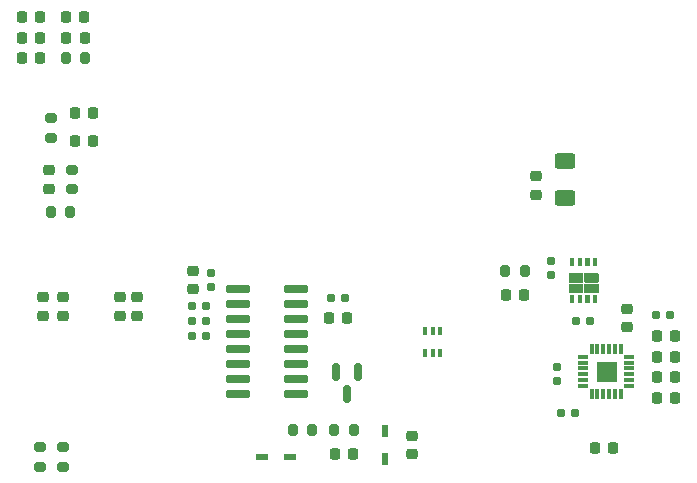
<source format=gbr>
%TF.GenerationSoftware,KiCad,Pcbnew,9.0.5*%
%TF.CreationDate,2025-10-24T12:46:41+03:00*%
%TF.ProjectId,40W SMPS,34305720-534d-4505-932e-6b696361645f,rev?*%
%TF.SameCoordinates,Original*%
%TF.FileFunction,Paste,Bot*%
%TF.FilePolarity,Positive*%
%FSLAX46Y46*%
G04 Gerber Fmt 4.6, Leading zero omitted, Abs format (unit mm)*
G04 Created by KiCad (PCBNEW 9.0.5) date 2025-10-24 12:46:41*
%MOMM*%
%LPD*%
G01*
G04 APERTURE LIST*
G04 Aperture macros list*
%AMRoundRect*
0 Rectangle with rounded corners*
0 $1 Rounding radius*
0 $2 $3 $4 $5 $6 $7 $8 $9 X,Y pos of 4 corners*
0 Add a 4 corners polygon primitive as box body*
4,1,4,$2,$3,$4,$5,$6,$7,$8,$9,$2,$3,0*
0 Add four circle primitives for the rounded corners*
1,1,$1+$1,$2,$3*
1,1,$1+$1,$4,$5*
1,1,$1+$1,$6,$7*
1,1,$1+$1,$8,$9*
0 Add four rect primitives between the rounded corners*
20,1,$1+$1,$2,$3,$4,$5,0*
20,1,$1+$1,$4,$5,$6,$7,0*
20,1,$1+$1,$6,$7,$8,$9,0*
20,1,$1+$1,$8,$9,$2,$3,0*%
G04 Aperture macros list end*
%ADD10C,0.010000*%
%ADD11RoundRect,0.225000X-0.225000X-0.250000X0.225000X-0.250000X0.225000X0.250000X-0.225000X0.250000X0*%
%ADD12RoundRect,0.225000X0.225000X0.250000X-0.225000X0.250000X-0.225000X-0.250000X0.225000X-0.250000X0*%
%ADD13RoundRect,0.225000X-0.250000X0.225000X-0.250000X-0.225000X0.250000X-0.225000X0.250000X0.225000X0*%
%ADD14RoundRect,0.200000X0.200000X0.275000X-0.200000X0.275000X-0.200000X-0.275000X0.200000X-0.275000X0*%
%ADD15RoundRect,0.160000X-0.160000X0.197500X-0.160000X-0.197500X0.160000X-0.197500X0.160000X0.197500X0*%
%ADD16RoundRect,0.200000X0.275000X-0.200000X0.275000X0.200000X-0.275000X0.200000X-0.275000X-0.200000X0*%
%ADD17RoundRect,0.200000X-0.200000X-0.275000X0.200000X-0.275000X0.200000X0.275000X-0.200000X0.275000X0*%
%ADD18RoundRect,0.250000X0.625000X-0.400000X0.625000X0.400000X-0.625000X0.400000X-0.625000X-0.400000X0*%
%ADD19R,0.500000X1.075000*%
%ADD20RoundRect,0.033750X0.396250X0.101250X-0.396250X0.101250X-0.396250X-0.101250X0.396250X-0.101250X0*%
%ADD21RoundRect,0.033750X0.101250X0.396250X-0.101250X0.396250X-0.101250X-0.396250X0.101250X-0.396250X0*%
%ADD22RoundRect,0.160000X0.160000X-0.197500X0.160000X0.197500X-0.160000X0.197500X-0.160000X-0.197500X0*%
%ADD23RoundRect,0.160000X-0.197500X-0.160000X0.197500X-0.160000X0.197500X0.160000X-0.197500X0.160000X0*%
%ADD24RoundRect,0.075000X0.910000X0.225000X-0.910000X0.225000X-0.910000X-0.225000X0.910000X-0.225000X0*%
%ADD25RoundRect,0.225000X0.250000X-0.225000X0.250000X0.225000X-0.250000X0.225000X-0.250000X-0.225000X0*%
%ADD26R,1.075000X0.500000*%
%ADD27RoundRect,0.218750X-0.218750X-0.256250X0.218750X-0.256250X0.218750X0.256250X-0.218750X0.256250X0*%
%ADD28RoundRect,0.160000X0.197500X0.160000X-0.197500X0.160000X-0.197500X-0.160000X0.197500X-0.160000X0*%
%ADD29RoundRect,0.200000X-0.275000X0.200000X-0.275000X-0.200000X0.275000X-0.200000X0.275000X0.200000X0*%
%ADD30RoundRect,0.100000X-0.100000X0.225000X-0.100000X-0.225000X0.100000X-0.225000X0.100000X0.225000X0*%
%ADD31RoundRect,0.150000X-0.150000X0.587500X-0.150000X-0.587500X0.150000X-0.587500X0.150000X0.587500X0*%
G04 APERTURE END LIST*
D10*
%TO.C,Q4*%
X228383000Y-71651000D02*
X228385000Y-71651000D01*
X228388000Y-71652000D01*
X228390000Y-71652000D01*
X228393000Y-71653000D01*
X228395000Y-71654000D01*
X228398000Y-71655000D01*
X228400000Y-71657000D01*
X228402000Y-71658000D01*
X228404000Y-71660000D01*
X228406000Y-71661000D01*
X228408000Y-71663000D01*
X228410000Y-71665000D01*
X228412000Y-71667000D01*
X228414000Y-71669000D01*
X228415000Y-71671000D01*
X228417000Y-71673000D01*
X228418000Y-71675000D01*
X228420000Y-71677000D01*
X228421000Y-71680000D01*
X228422000Y-71682000D01*
X228423000Y-71685000D01*
X228423000Y-71687000D01*
X228424000Y-71690000D01*
X228424000Y-71692000D01*
X228425000Y-71695000D01*
X228425000Y-71697000D01*
X228425000Y-71700000D01*
X228425000Y-72200000D01*
X228425000Y-72203000D01*
X228425000Y-72205000D01*
X228424000Y-72208000D01*
X228424000Y-72210000D01*
X228423000Y-72213000D01*
X228423000Y-72215000D01*
X228422000Y-72218000D01*
X228421000Y-72220000D01*
X228420000Y-72223000D01*
X228418000Y-72225000D01*
X228417000Y-72227000D01*
X228415000Y-72229000D01*
X228414000Y-72231000D01*
X228412000Y-72233000D01*
X228410000Y-72235000D01*
X228408000Y-72237000D01*
X228406000Y-72239000D01*
X228404000Y-72240000D01*
X228402000Y-72242000D01*
X228400000Y-72243000D01*
X228398000Y-72245000D01*
X228395000Y-72246000D01*
X228393000Y-72247000D01*
X228390000Y-72248000D01*
X228388000Y-72248000D01*
X228385000Y-72249000D01*
X228383000Y-72249000D01*
X228380000Y-72250000D01*
X228378000Y-72250000D01*
X228375000Y-72250000D01*
X228175000Y-72250000D01*
X228172000Y-72250000D01*
X228170000Y-72250000D01*
X228167000Y-72249000D01*
X228165000Y-72249000D01*
X228162000Y-72248000D01*
X228160000Y-72248000D01*
X228157000Y-72247000D01*
X228155000Y-72246000D01*
X228152000Y-72245000D01*
X228150000Y-72243000D01*
X228148000Y-72242000D01*
X228146000Y-72240000D01*
X228144000Y-72239000D01*
X228142000Y-72237000D01*
X228140000Y-72235000D01*
X228138000Y-72233000D01*
X228136000Y-72231000D01*
X228135000Y-72229000D01*
X228133000Y-72227000D01*
X228132000Y-72225000D01*
X228130000Y-72223000D01*
X228129000Y-72220000D01*
X228128000Y-72218000D01*
X228127000Y-72215000D01*
X228127000Y-72213000D01*
X228126000Y-72210000D01*
X228126000Y-72208000D01*
X228125000Y-72205000D01*
X228125000Y-72203000D01*
X228125000Y-72200000D01*
X228125000Y-71700000D01*
X228125000Y-71697000D01*
X228125000Y-71695000D01*
X228126000Y-71692000D01*
X228126000Y-71690000D01*
X228127000Y-71687000D01*
X228127000Y-71685000D01*
X228128000Y-71682000D01*
X228129000Y-71680000D01*
X228130000Y-71677000D01*
X228132000Y-71675000D01*
X228133000Y-71673000D01*
X228135000Y-71671000D01*
X228136000Y-71669000D01*
X228138000Y-71667000D01*
X228140000Y-71665000D01*
X228142000Y-71663000D01*
X228144000Y-71661000D01*
X228146000Y-71660000D01*
X228148000Y-71658000D01*
X228150000Y-71657000D01*
X228152000Y-71655000D01*
X228155000Y-71654000D01*
X228157000Y-71653000D01*
X228160000Y-71652000D01*
X228162000Y-71652000D01*
X228165000Y-71651000D01*
X228167000Y-71651000D01*
X228170000Y-71650000D01*
X228172000Y-71650000D01*
X228175000Y-71650000D01*
X228375000Y-71650000D01*
X228378000Y-71650000D01*
X228380000Y-71650000D01*
X228383000Y-71651000D01*
G36*
X228383000Y-71651000D02*
G01*
X228385000Y-71651000D01*
X228388000Y-71652000D01*
X228390000Y-71652000D01*
X228393000Y-71653000D01*
X228395000Y-71654000D01*
X228398000Y-71655000D01*
X228400000Y-71657000D01*
X228402000Y-71658000D01*
X228404000Y-71660000D01*
X228406000Y-71661000D01*
X228408000Y-71663000D01*
X228410000Y-71665000D01*
X228412000Y-71667000D01*
X228414000Y-71669000D01*
X228415000Y-71671000D01*
X228417000Y-71673000D01*
X228418000Y-71675000D01*
X228420000Y-71677000D01*
X228421000Y-71680000D01*
X228422000Y-71682000D01*
X228423000Y-71685000D01*
X228423000Y-71687000D01*
X228424000Y-71690000D01*
X228424000Y-71692000D01*
X228425000Y-71695000D01*
X228425000Y-71697000D01*
X228425000Y-71700000D01*
X228425000Y-72200000D01*
X228425000Y-72203000D01*
X228425000Y-72205000D01*
X228424000Y-72208000D01*
X228424000Y-72210000D01*
X228423000Y-72213000D01*
X228423000Y-72215000D01*
X228422000Y-72218000D01*
X228421000Y-72220000D01*
X228420000Y-72223000D01*
X228418000Y-72225000D01*
X228417000Y-72227000D01*
X228415000Y-72229000D01*
X228414000Y-72231000D01*
X228412000Y-72233000D01*
X228410000Y-72235000D01*
X228408000Y-72237000D01*
X228406000Y-72239000D01*
X228404000Y-72240000D01*
X228402000Y-72242000D01*
X228400000Y-72243000D01*
X228398000Y-72245000D01*
X228395000Y-72246000D01*
X228393000Y-72247000D01*
X228390000Y-72248000D01*
X228388000Y-72248000D01*
X228385000Y-72249000D01*
X228383000Y-72249000D01*
X228380000Y-72250000D01*
X228378000Y-72250000D01*
X228375000Y-72250000D01*
X228175000Y-72250000D01*
X228172000Y-72250000D01*
X228170000Y-72250000D01*
X228167000Y-72249000D01*
X228165000Y-72249000D01*
X228162000Y-72248000D01*
X228160000Y-72248000D01*
X228157000Y-72247000D01*
X228155000Y-72246000D01*
X228152000Y-72245000D01*
X228150000Y-72243000D01*
X228148000Y-72242000D01*
X228146000Y-72240000D01*
X228144000Y-72239000D01*
X228142000Y-72237000D01*
X228140000Y-72235000D01*
X228138000Y-72233000D01*
X228136000Y-72231000D01*
X228135000Y-72229000D01*
X228133000Y-72227000D01*
X228132000Y-72225000D01*
X228130000Y-72223000D01*
X228129000Y-72220000D01*
X228128000Y-72218000D01*
X228127000Y-72215000D01*
X228127000Y-72213000D01*
X228126000Y-72210000D01*
X228126000Y-72208000D01*
X228125000Y-72205000D01*
X228125000Y-72203000D01*
X228125000Y-72200000D01*
X228125000Y-71700000D01*
X228125000Y-71697000D01*
X228125000Y-71695000D01*
X228126000Y-71692000D01*
X228126000Y-71690000D01*
X228127000Y-71687000D01*
X228127000Y-71685000D01*
X228128000Y-71682000D01*
X228129000Y-71680000D01*
X228130000Y-71677000D01*
X228132000Y-71675000D01*
X228133000Y-71673000D01*
X228135000Y-71671000D01*
X228136000Y-71669000D01*
X228138000Y-71667000D01*
X228140000Y-71665000D01*
X228142000Y-71663000D01*
X228144000Y-71661000D01*
X228146000Y-71660000D01*
X228148000Y-71658000D01*
X228150000Y-71657000D01*
X228152000Y-71655000D01*
X228155000Y-71654000D01*
X228157000Y-71653000D01*
X228160000Y-71652000D01*
X228162000Y-71652000D01*
X228165000Y-71651000D01*
X228167000Y-71651000D01*
X228170000Y-71650000D01*
X228172000Y-71650000D01*
X228175000Y-71650000D01*
X228375000Y-71650000D01*
X228378000Y-71650000D01*
X228380000Y-71650000D01*
X228383000Y-71651000D01*
G37*
X228383000Y-74751000D02*
X228385000Y-74751000D01*
X228388000Y-74752000D01*
X228390000Y-74752000D01*
X228393000Y-74753000D01*
X228395000Y-74754000D01*
X228398000Y-74755000D01*
X228400000Y-74757000D01*
X228402000Y-74758000D01*
X228404000Y-74760000D01*
X228406000Y-74761000D01*
X228408000Y-74763000D01*
X228410000Y-74765000D01*
X228412000Y-74767000D01*
X228414000Y-74769000D01*
X228415000Y-74771000D01*
X228417000Y-74773000D01*
X228418000Y-74775000D01*
X228420000Y-74777000D01*
X228421000Y-74780000D01*
X228422000Y-74782000D01*
X228423000Y-74785000D01*
X228423000Y-74787000D01*
X228424000Y-74790000D01*
X228424000Y-74792000D01*
X228425000Y-74795000D01*
X228425000Y-74797000D01*
X228425000Y-74800000D01*
X228425000Y-75300000D01*
X228425000Y-75303000D01*
X228425000Y-75305000D01*
X228424000Y-75308000D01*
X228424000Y-75310000D01*
X228423000Y-75313000D01*
X228423000Y-75315000D01*
X228422000Y-75318000D01*
X228421000Y-75320000D01*
X228420000Y-75323000D01*
X228418000Y-75325000D01*
X228417000Y-75327000D01*
X228415000Y-75329000D01*
X228414000Y-75331000D01*
X228412000Y-75333000D01*
X228410000Y-75335000D01*
X228408000Y-75337000D01*
X228406000Y-75339000D01*
X228404000Y-75340000D01*
X228402000Y-75342000D01*
X228400000Y-75343000D01*
X228398000Y-75345000D01*
X228395000Y-75346000D01*
X228393000Y-75347000D01*
X228390000Y-75348000D01*
X228388000Y-75348000D01*
X228385000Y-75349000D01*
X228383000Y-75349000D01*
X228380000Y-75350000D01*
X228378000Y-75350000D01*
X228375000Y-75350000D01*
X228175000Y-75350000D01*
X228172000Y-75350000D01*
X228170000Y-75350000D01*
X228167000Y-75349000D01*
X228165000Y-75349000D01*
X228162000Y-75348000D01*
X228160000Y-75348000D01*
X228157000Y-75347000D01*
X228155000Y-75346000D01*
X228152000Y-75345000D01*
X228150000Y-75343000D01*
X228148000Y-75342000D01*
X228146000Y-75340000D01*
X228144000Y-75339000D01*
X228142000Y-75337000D01*
X228140000Y-75335000D01*
X228138000Y-75333000D01*
X228136000Y-75331000D01*
X228135000Y-75329000D01*
X228133000Y-75327000D01*
X228132000Y-75325000D01*
X228130000Y-75323000D01*
X228129000Y-75320000D01*
X228128000Y-75318000D01*
X228127000Y-75315000D01*
X228127000Y-75313000D01*
X228126000Y-75310000D01*
X228126000Y-75308000D01*
X228125000Y-75305000D01*
X228125000Y-75303000D01*
X228125000Y-75300000D01*
X228125000Y-74800000D01*
X228125000Y-74797000D01*
X228125000Y-74795000D01*
X228126000Y-74792000D01*
X228126000Y-74790000D01*
X228127000Y-74787000D01*
X228127000Y-74785000D01*
X228128000Y-74782000D01*
X228129000Y-74780000D01*
X228130000Y-74777000D01*
X228132000Y-74775000D01*
X228133000Y-74773000D01*
X228135000Y-74771000D01*
X228136000Y-74769000D01*
X228138000Y-74767000D01*
X228140000Y-74765000D01*
X228142000Y-74763000D01*
X228144000Y-74761000D01*
X228146000Y-74760000D01*
X228148000Y-74758000D01*
X228150000Y-74757000D01*
X228152000Y-74755000D01*
X228155000Y-74754000D01*
X228157000Y-74753000D01*
X228160000Y-74752000D01*
X228162000Y-74752000D01*
X228165000Y-74751000D01*
X228167000Y-74751000D01*
X228170000Y-74750000D01*
X228172000Y-74750000D01*
X228175000Y-74750000D01*
X228375000Y-74750000D01*
X228378000Y-74750000D01*
X228380000Y-74750000D01*
X228383000Y-74751000D01*
G36*
X228383000Y-74751000D02*
G01*
X228385000Y-74751000D01*
X228388000Y-74752000D01*
X228390000Y-74752000D01*
X228393000Y-74753000D01*
X228395000Y-74754000D01*
X228398000Y-74755000D01*
X228400000Y-74757000D01*
X228402000Y-74758000D01*
X228404000Y-74760000D01*
X228406000Y-74761000D01*
X228408000Y-74763000D01*
X228410000Y-74765000D01*
X228412000Y-74767000D01*
X228414000Y-74769000D01*
X228415000Y-74771000D01*
X228417000Y-74773000D01*
X228418000Y-74775000D01*
X228420000Y-74777000D01*
X228421000Y-74780000D01*
X228422000Y-74782000D01*
X228423000Y-74785000D01*
X228423000Y-74787000D01*
X228424000Y-74790000D01*
X228424000Y-74792000D01*
X228425000Y-74795000D01*
X228425000Y-74797000D01*
X228425000Y-74800000D01*
X228425000Y-75300000D01*
X228425000Y-75303000D01*
X228425000Y-75305000D01*
X228424000Y-75308000D01*
X228424000Y-75310000D01*
X228423000Y-75313000D01*
X228423000Y-75315000D01*
X228422000Y-75318000D01*
X228421000Y-75320000D01*
X228420000Y-75323000D01*
X228418000Y-75325000D01*
X228417000Y-75327000D01*
X228415000Y-75329000D01*
X228414000Y-75331000D01*
X228412000Y-75333000D01*
X228410000Y-75335000D01*
X228408000Y-75337000D01*
X228406000Y-75339000D01*
X228404000Y-75340000D01*
X228402000Y-75342000D01*
X228400000Y-75343000D01*
X228398000Y-75345000D01*
X228395000Y-75346000D01*
X228393000Y-75347000D01*
X228390000Y-75348000D01*
X228388000Y-75348000D01*
X228385000Y-75349000D01*
X228383000Y-75349000D01*
X228380000Y-75350000D01*
X228378000Y-75350000D01*
X228375000Y-75350000D01*
X228175000Y-75350000D01*
X228172000Y-75350000D01*
X228170000Y-75350000D01*
X228167000Y-75349000D01*
X228165000Y-75349000D01*
X228162000Y-75348000D01*
X228160000Y-75348000D01*
X228157000Y-75347000D01*
X228155000Y-75346000D01*
X228152000Y-75345000D01*
X228150000Y-75343000D01*
X228148000Y-75342000D01*
X228146000Y-75340000D01*
X228144000Y-75339000D01*
X228142000Y-75337000D01*
X228140000Y-75335000D01*
X228138000Y-75333000D01*
X228136000Y-75331000D01*
X228135000Y-75329000D01*
X228133000Y-75327000D01*
X228132000Y-75325000D01*
X228130000Y-75323000D01*
X228129000Y-75320000D01*
X228128000Y-75318000D01*
X228127000Y-75315000D01*
X228127000Y-75313000D01*
X228126000Y-75310000D01*
X228126000Y-75308000D01*
X228125000Y-75305000D01*
X228125000Y-75303000D01*
X228125000Y-75300000D01*
X228125000Y-74800000D01*
X228125000Y-74797000D01*
X228125000Y-74795000D01*
X228126000Y-74792000D01*
X228126000Y-74790000D01*
X228127000Y-74787000D01*
X228127000Y-74785000D01*
X228128000Y-74782000D01*
X228129000Y-74780000D01*
X228130000Y-74777000D01*
X228132000Y-74775000D01*
X228133000Y-74773000D01*
X228135000Y-74771000D01*
X228136000Y-74769000D01*
X228138000Y-74767000D01*
X228140000Y-74765000D01*
X228142000Y-74763000D01*
X228144000Y-74761000D01*
X228146000Y-74760000D01*
X228148000Y-74758000D01*
X228150000Y-74757000D01*
X228152000Y-74755000D01*
X228155000Y-74754000D01*
X228157000Y-74753000D01*
X228160000Y-74752000D01*
X228162000Y-74752000D01*
X228165000Y-74751000D01*
X228167000Y-74751000D01*
X228170000Y-74750000D01*
X228172000Y-74750000D01*
X228175000Y-74750000D01*
X228375000Y-74750000D01*
X228378000Y-74750000D01*
X228380000Y-74750000D01*
X228383000Y-74751000D01*
G37*
X229033000Y-71651000D02*
X229035000Y-71651000D01*
X229038000Y-71652000D01*
X229040000Y-71652000D01*
X229043000Y-71653000D01*
X229045000Y-71654000D01*
X229048000Y-71655000D01*
X229050000Y-71657000D01*
X229052000Y-71658000D01*
X229054000Y-71660000D01*
X229056000Y-71661000D01*
X229058000Y-71663000D01*
X229060000Y-71665000D01*
X229062000Y-71667000D01*
X229064000Y-71669000D01*
X229065000Y-71671000D01*
X229067000Y-71673000D01*
X229068000Y-71675000D01*
X229070000Y-71677000D01*
X229071000Y-71680000D01*
X229072000Y-71682000D01*
X229073000Y-71685000D01*
X229073000Y-71687000D01*
X229074000Y-71690000D01*
X229074000Y-71692000D01*
X229075000Y-71695000D01*
X229075000Y-71697000D01*
X229075000Y-71700000D01*
X229075000Y-72200000D01*
X229075000Y-72203000D01*
X229075000Y-72205000D01*
X229074000Y-72208000D01*
X229074000Y-72210000D01*
X229073000Y-72213000D01*
X229073000Y-72215000D01*
X229072000Y-72218000D01*
X229071000Y-72220000D01*
X229070000Y-72223000D01*
X229068000Y-72225000D01*
X229067000Y-72227000D01*
X229065000Y-72229000D01*
X229064000Y-72231000D01*
X229062000Y-72233000D01*
X229060000Y-72235000D01*
X229058000Y-72237000D01*
X229056000Y-72239000D01*
X229054000Y-72240000D01*
X229052000Y-72242000D01*
X229050000Y-72243000D01*
X229048000Y-72245000D01*
X229045000Y-72246000D01*
X229043000Y-72247000D01*
X229040000Y-72248000D01*
X229038000Y-72248000D01*
X229035000Y-72249000D01*
X229033000Y-72249000D01*
X229030000Y-72250000D01*
X229028000Y-72250000D01*
X229025000Y-72250000D01*
X228825000Y-72250000D01*
X228822000Y-72250000D01*
X228820000Y-72250000D01*
X228817000Y-72249000D01*
X228815000Y-72249000D01*
X228812000Y-72248000D01*
X228810000Y-72248000D01*
X228807000Y-72247000D01*
X228805000Y-72246000D01*
X228802000Y-72245000D01*
X228800000Y-72243000D01*
X228798000Y-72242000D01*
X228796000Y-72240000D01*
X228794000Y-72239000D01*
X228792000Y-72237000D01*
X228790000Y-72235000D01*
X228788000Y-72233000D01*
X228786000Y-72231000D01*
X228785000Y-72229000D01*
X228783000Y-72227000D01*
X228782000Y-72225000D01*
X228780000Y-72223000D01*
X228779000Y-72220000D01*
X228778000Y-72218000D01*
X228777000Y-72215000D01*
X228777000Y-72213000D01*
X228776000Y-72210000D01*
X228776000Y-72208000D01*
X228775000Y-72205000D01*
X228775000Y-72203000D01*
X228775000Y-72200000D01*
X228775000Y-71700000D01*
X228775000Y-71697000D01*
X228775000Y-71695000D01*
X228776000Y-71692000D01*
X228776000Y-71690000D01*
X228777000Y-71687000D01*
X228777000Y-71685000D01*
X228778000Y-71682000D01*
X228779000Y-71680000D01*
X228780000Y-71677000D01*
X228782000Y-71675000D01*
X228783000Y-71673000D01*
X228785000Y-71671000D01*
X228786000Y-71669000D01*
X228788000Y-71667000D01*
X228790000Y-71665000D01*
X228792000Y-71663000D01*
X228794000Y-71661000D01*
X228796000Y-71660000D01*
X228798000Y-71658000D01*
X228800000Y-71657000D01*
X228802000Y-71655000D01*
X228805000Y-71654000D01*
X228807000Y-71653000D01*
X228810000Y-71652000D01*
X228812000Y-71652000D01*
X228815000Y-71651000D01*
X228817000Y-71651000D01*
X228820000Y-71650000D01*
X228822000Y-71650000D01*
X228825000Y-71650000D01*
X229025000Y-71650000D01*
X229028000Y-71650000D01*
X229030000Y-71650000D01*
X229033000Y-71651000D01*
G36*
X229033000Y-71651000D02*
G01*
X229035000Y-71651000D01*
X229038000Y-71652000D01*
X229040000Y-71652000D01*
X229043000Y-71653000D01*
X229045000Y-71654000D01*
X229048000Y-71655000D01*
X229050000Y-71657000D01*
X229052000Y-71658000D01*
X229054000Y-71660000D01*
X229056000Y-71661000D01*
X229058000Y-71663000D01*
X229060000Y-71665000D01*
X229062000Y-71667000D01*
X229064000Y-71669000D01*
X229065000Y-71671000D01*
X229067000Y-71673000D01*
X229068000Y-71675000D01*
X229070000Y-71677000D01*
X229071000Y-71680000D01*
X229072000Y-71682000D01*
X229073000Y-71685000D01*
X229073000Y-71687000D01*
X229074000Y-71690000D01*
X229074000Y-71692000D01*
X229075000Y-71695000D01*
X229075000Y-71697000D01*
X229075000Y-71700000D01*
X229075000Y-72200000D01*
X229075000Y-72203000D01*
X229075000Y-72205000D01*
X229074000Y-72208000D01*
X229074000Y-72210000D01*
X229073000Y-72213000D01*
X229073000Y-72215000D01*
X229072000Y-72218000D01*
X229071000Y-72220000D01*
X229070000Y-72223000D01*
X229068000Y-72225000D01*
X229067000Y-72227000D01*
X229065000Y-72229000D01*
X229064000Y-72231000D01*
X229062000Y-72233000D01*
X229060000Y-72235000D01*
X229058000Y-72237000D01*
X229056000Y-72239000D01*
X229054000Y-72240000D01*
X229052000Y-72242000D01*
X229050000Y-72243000D01*
X229048000Y-72245000D01*
X229045000Y-72246000D01*
X229043000Y-72247000D01*
X229040000Y-72248000D01*
X229038000Y-72248000D01*
X229035000Y-72249000D01*
X229033000Y-72249000D01*
X229030000Y-72250000D01*
X229028000Y-72250000D01*
X229025000Y-72250000D01*
X228825000Y-72250000D01*
X228822000Y-72250000D01*
X228820000Y-72250000D01*
X228817000Y-72249000D01*
X228815000Y-72249000D01*
X228812000Y-72248000D01*
X228810000Y-72248000D01*
X228807000Y-72247000D01*
X228805000Y-72246000D01*
X228802000Y-72245000D01*
X228800000Y-72243000D01*
X228798000Y-72242000D01*
X228796000Y-72240000D01*
X228794000Y-72239000D01*
X228792000Y-72237000D01*
X228790000Y-72235000D01*
X228788000Y-72233000D01*
X228786000Y-72231000D01*
X228785000Y-72229000D01*
X228783000Y-72227000D01*
X228782000Y-72225000D01*
X228780000Y-72223000D01*
X228779000Y-72220000D01*
X228778000Y-72218000D01*
X228777000Y-72215000D01*
X228777000Y-72213000D01*
X228776000Y-72210000D01*
X228776000Y-72208000D01*
X228775000Y-72205000D01*
X228775000Y-72203000D01*
X228775000Y-72200000D01*
X228775000Y-71700000D01*
X228775000Y-71697000D01*
X228775000Y-71695000D01*
X228776000Y-71692000D01*
X228776000Y-71690000D01*
X228777000Y-71687000D01*
X228777000Y-71685000D01*
X228778000Y-71682000D01*
X228779000Y-71680000D01*
X228780000Y-71677000D01*
X228782000Y-71675000D01*
X228783000Y-71673000D01*
X228785000Y-71671000D01*
X228786000Y-71669000D01*
X228788000Y-71667000D01*
X228790000Y-71665000D01*
X228792000Y-71663000D01*
X228794000Y-71661000D01*
X228796000Y-71660000D01*
X228798000Y-71658000D01*
X228800000Y-71657000D01*
X228802000Y-71655000D01*
X228805000Y-71654000D01*
X228807000Y-71653000D01*
X228810000Y-71652000D01*
X228812000Y-71652000D01*
X228815000Y-71651000D01*
X228817000Y-71651000D01*
X228820000Y-71650000D01*
X228822000Y-71650000D01*
X228825000Y-71650000D01*
X229025000Y-71650000D01*
X229028000Y-71650000D01*
X229030000Y-71650000D01*
X229033000Y-71651000D01*
G37*
X229033000Y-74751000D02*
X229035000Y-74751000D01*
X229038000Y-74752000D01*
X229040000Y-74752000D01*
X229043000Y-74753000D01*
X229045000Y-74754000D01*
X229048000Y-74755000D01*
X229050000Y-74757000D01*
X229052000Y-74758000D01*
X229054000Y-74760000D01*
X229056000Y-74761000D01*
X229058000Y-74763000D01*
X229060000Y-74765000D01*
X229062000Y-74767000D01*
X229064000Y-74769000D01*
X229065000Y-74771000D01*
X229067000Y-74773000D01*
X229068000Y-74775000D01*
X229070000Y-74777000D01*
X229071000Y-74780000D01*
X229072000Y-74782000D01*
X229073000Y-74785000D01*
X229073000Y-74787000D01*
X229074000Y-74790000D01*
X229074000Y-74792000D01*
X229075000Y-74795000D01*
X229075000Y-74797000D01*
X229075000Y-74800000D01*
X229075000Y-75300000D01*
X229075000Y-75303000D01*
X229075000Y-75305000D01*
X229074000Y-75308000D01*
X229074000Y-75310000D01*
X229073000Y-75313000D01*
X229073000Y-75315000D01*
X229072000Y-75318000D01*
X229071000Y-75320000D01*
X229070000Y-75323000D01*
X229068000Y-75325000D01*
X229067000Y-75327000D01*
X229065000Y-75329000D01*
X229064000Y-75331000D01*
X229062000Y-75333000D01*
X229060000Y-75335000D01*
X229058000Y-75337000D01*
X229056000Y-75339000D01*
X229054000Y-75340000D01*
X229052000Y-75342000D01*
X229050000Y-75343000D01*
X229048000Y-75345000D01*
X229045000Y-75346000D01*
X229043000Y-75347000D01*
X229040000Y-75348000D01*
X229038000Y-75348000D01*
X229035000Y-75349000D01*
X229033000Y-75349000D01*
X229030000Y-75350000D01*
X229028000Y-75350000D01*
X229025000Y-75350000D01*
X228825000Y-75350000D01*
X228822000Y-75350000D01*
X228820000Y-75350000D01*
X228817000Y-75349000D01*
X228815000Y-75349000D01*
X228812000Y-75348000D01*
X228810000Y-75348000D01*
X228807000Y-75347000D01*
X228805000Y-75346000D01*
X228802000Y-75345000D01*
X228800000Y-75343000D01*
X228798000Y-75342000D01*
X228796000Y-75340000D01*
X228794000Y-75339000D01*
X228792000Y-75337000D01*
X228790000Y-75335000D01*
X228788000Y-75333000D01*
X228786000Y-75331000D01*
X228785000Y-75329000D01*
X228783000Y-75327000D01*
X228782000Y-75325000D01*
X228780000Y-75323000D01*
X228779000Y-75320000D01*
X228778000Y-75318000D01*
X228777000Y-75315000D01*
X228777000Y-75313000D01*
X228776000Y-75310000D01*
X228776000Y-75308000D01*
X228775000Y-75305000D01*
X228775000Y-75303000D01*
X228775000Y-75300000D01*
X228775000Y-74800000D01*
X228775000Y-74797000D01*
X228775000Y-74795000D01*
X228776000Y-74792000D01*
X228776000Y-74790000D01*
X228777000Y-74787000D01*
X228777000Y-74785000D01*
X228778000Y-74782000D01*
X228779000Y-74780000D01*
X228780000Y-74777000D01*
X228782000Y-74775000D01*
X228783000Y-74773000D01*
X228785000Y-74771000D01*
X228786000Y-74769000D01*
X228788000Y-74767000D01*
X228790000Y-74765000D01*
X228792000Y-74763000D01*
X228794000Y-74761000D01*
X228796000Y-74760000D01*
X228798000Y-74758000D01*
X228800000Y-74757000D01*
X228802000Y-74755000D01*
X228805000Y-74754000D01*
X228807000Y-74753000D01*
X228810000Y-74752000D01*
X228812000Y-74752000D01*
X228815000Y-74751000D01*
X228817000Y-74751000D01*
X228820000Y-74750000D01*
X228822000Y-74750000D01*
X228825000Y-74750000D01*
X229025000Y-74750000D01*
X229028000Y-74750000D01*
X229030000Y-74750000D01*
X229033000Y-74751000D01*
G36*
X229033000Y-74751000D02*
G01*
X229035000Y-74751000D01*
X229038000Y-74752000D01*
X229040000Y-74752000D01*
X229043000Y-74753000D01*
X229045000Y-74754000D01*
X229048000Y-74755000D01*
X229050000Y-74757000D01*
X229052000Y-74758000D01*
X229054000Y-74760000D01*
X229056000Y-74761000D01*
X229058000Y-74763000D01*
X229060000Y-74765000D01*
X229062000Y-74767000D01*
X229064000Y-74769000D01*
X229065000Y-74771000D01*
X229067000Y-74773000D01*
X229068000Y-74775000D01*
X229070000Y-74777000D01*
X229071000Y-74780000D01*
X229072000Y-74782000D01*
X229073000Y-74785000D01*
X229073000Y-74787000D01*
X229074000Y-74790000D01*
X229074000Y-74792000D01*
X229075000Y-74795000D01*
X229075000Y-74797000D01*
X229075000Y-74800000D01*
X229075000Y-75300000D01*
X229075000Y-75303000D01*
X229075000Y-75305000D01*
X229074000Y-75308000D01*
X229074000Y-75310000D01*
X229073000Y-75313000D01*
X229073000Y-75315000D01*
X229072000Y-75318000D01*
X229071000Y-75320000D01*
X229070000Y-75323000D01*
X229068000Y-75325000D01*
X229067000Y-75327000D01*
X229065000Y-75329000D01*
X229064000Y-75331000D01*
X229062000Y-75333000D01*
X229060000Y-75335000D01*
X229058000Y-75337000D01*
X229056000Y-75339000D01*
X229054000Y-75340000D01*
X229052000Y-75342000D01*
X229050000Y-75343000D01*
X229048000Y-75345000D01*
X229045000Y-75346000D01*
X229043000Y-75347000D01*
X229040000Y-75348000D01*
X229038000Y-75348000D01*
X229035000Y-75349000D01*
X229033000Y-75349000D01*
X229030000Y-75350000D01*
X229028000Y-75350000D01*
X229025000Y-75350000D01*
X228825000Y-75350000D01*
X228822000Y-75350000D01*
X228820000Y-75350000D01*
X228817000Y-75349000D01*
X228815000Y-75349000D01*
X228812000Y-75348000D01*
X228810000Y-75348000D01*
X228807000Y-75347000D01*
X228805000Y-75346000D01*
X228802000Y-75345000D01*
X228800000Y-75343000D01*
X228798000Y-75342000D01*
X228796000Y-75340000D01*
X228794000Y-75339000D01*
X228792000Y-75337000D01*
X228790000Y-75335000D01*
X228788000Y-75333000D01*
X228786000Y-75331000D01*
X228785000Y-75329000D01*
X228783000Y-75327000D01*
X228782000Y-75325000D01*
X228780000Y-75323000D01*
X228779000Y-75320000D01*
X228778000Y-75318000D01*
X228777000Y-75315000D01*
X228777000Y-75313000D01*
X228776000Y-75310000D01*
X228776000Y-75308000D01*
X228775000Y-75305000D01*
X228775000Y-75303000D01*
X228775000Y-75300000D01*
X228775000Y-74800000D01*
X228775000Y-74797000D01*
X228775000Y-74795000D01*
X228776000Y-74792000D01*
X228776000Y-74790000D01*
X228777000Y-74787000D01*
X228777000Y-74785000D01*
X228778000Y-74782000D01*
X228779000Y-74780000D01*
X228780000Y-74777000D01*
X228782000Y-74775000D01*
X228783000Y-74773000D01*
X228785000Y-74771000D01*
X228786000Y-74769000D01*
X228788000Y-74767000D01*
X228790000Y-74765000D01*
X228792000Y-74763000D01*
X228794000Y-74761000D01*
X228796000Y-74760000D01*
X228798000Y-74758000D01*
X228800000Y-74757000D01*
X228802000Y-74755000D01*
X228805000Y-74754000D01*
X228807000Y-74753000D01*
X228810000Y-74752000D01*
X228812000Y-74752000D01*
X228815000Y-74751000D01*
X228817000Y-74751000D01*
X228820000Y-74750000D01*
X228822000Y-74750000D01*
X228825000Y-74750000D01*
X229025000Y-74750000D01*
X229028000Y-74750000D01*
X229030000Y-74750000D01*
X229033000Y-74751000D01*
G37*
X229683000Y-71651000D02*
X229685000Y-71651000D01*
X229688000Y-71652000D01*
X229690000Y-71652000D01*
X229693000Y-71653000D01*
X229695000Y-71654000D01*
X229698000Y-71655000D01*
X229700000Y-71657000D01*
X229702000Y-71658000D01*
X229704000Y-71660000D01*
X229706000Y-71661000D01*
X229708000Y-71663000D01*
X229710000Y-71665000D01*
X229712000Y-71667000D01*
X229714000Y-71669000D01*
X229715000Y-71671000D01*
X229717000Y-71673000D01*
X229718000Y-71675000D01*
X229720000Y-71677000D01*
X229721000Y-71680000D01*
X229722000Y-71682000D01*
X229723000Y-71685000D01*
X229723000Y-71687000D01*
X229724000Y-71690000D01*
X229724000Y-71692000D01*
X229725000Y-71695000D01*
X229725000Y-71697000D01*
X229725000Y-71700000D01*
X229725000Y-72200000D01*
X229725000Y-72203000D01*
X229725000Y-72205000D01*
X229724000Y-72208000D01*
X229724000Y-72210000D01*
X229723000Y-72213000D01*
X229723000Y-72215000D01*
X229722000Y-72218000D01*
X229721000Y-72220000D01*
X229720000Y-72223000D01*
X229718000Y-72225000D01*
X229717000Y-72227000D01*
X229715000Y-72229000D01*
X229714000Y-72231000D01*
X229712000Y-72233000D01*
X229710000Y-72235000D01*
X229708000Y-72237000D01*
X229706000Y-72239000D01*
X229704000Y-72240000D01*
X229702000Y-72242000D01*
X229700000Y-72243000D01*
X229698000Y-72245000D01*
X229695000Y-72246000D01*
X229693000Y-72247000D01*
X229690000Y-72248000D01*
X229688000Y-72248000D01*
X229685000Y-72249000D01*
X229683000Y-72249000D01*
X229680000Y-72250000D01*
X229678000Y-72250000D01*
X229675000Y-72250000D01*
X229475000Y-72250000D01*
X229472000Y-72250000D01*
X229470000Y-72250000D01*
X229467000Y-72249000D01*
X229465000Y-72249000D01*
X229462000Y-72248000D01*
X229460000Y-72248000D01*
X229457000Y-72247000D01*
X229455000Y-72246000D01*
X229452000Y-72245000D01*
X229450000Y-72243000D01*
X229448000Y-72242000D01*
X229446000Y-72240000D01*
X229444000Y-72239000D01*
X229442000Y-72237000D01*
X229440000Y-72235000D01*
X229438000Y-72233000D01*
X229436000Y-72231000D01*
X229435000Y-72229000D01*
X229433000Y-72227000D01*
X229432000Y-72225000D01*
X229430000Y-72223000D01*
X229429000Y-72220000D01*
X229428000Y-72218000D01*
X229427000Y-72215000D01*
X229427000Y-72213000D01*
X229426000Y-72210000D01*
X229426000Y-72208000D01*
X229425000Y-72205000D01*
X229425000Y-72203000D01*
X229425000Y-72200000D01*
X229425000Y-71700000D01*
X229425000Y-71697000D01*
X229425000Y-71695000D01*
X229426000Y-71692000D01*
X229426000Y-71690000D01*
X229427000Y-71687000D01*
X229427000Y-71685000D01*
X229428000Y-71682000D01*
X229429000Y-71680000D01*
X229430000Y-71677000D01*
X229432000Y-71675000D01*
X229433000Y-71673000D01*
X229435000Y-71671000D01*
X229436000Y-71669000D01*
X229438000Y-71667000D01*
X229440000Y-71665000D01*
X229442000Y-71663000D01*
X229444000Y-71661000D01*
X229446000Y-71660000D01*
X229448000Y-71658000D01*
X229450000Y-71657000D01*
X229452000Y-71655000D01*
X229455000Y-71654000D01*
X229457000Y-71653000D01*
X229460000Y-71652000D01*
X229462000Y-71652000D01*
X229465000Y-71651000D01*
X229467000Y-71651000D01*
X229470000Y-71650000D01*
X229472000Y-71650000D01*
X229475000Y-71650000D01*
X229675000Y-71650000D01*
X229678000Y-71650000D01*
X229680000Y-71650000D01*
X229683000Y-71651000D01*
G36*
X229683000Y-71651000D02*
G01*
X229685000Y-71651000D01*
X229688000Y-71652000D01*
X229690000Y-71652000D01*
X229693000Y-71653000D01*
X229695000Y-71654000D01*
X229698000Y-71655000D01*
X229700000Y-71657000D01*
X229702000Y-71658000D01*
X229704000Y-71660000D01*
X229706000Y-71661000D01*
X229708000Y-71663000D01*
X229710000Y-71665000D01*
X229712000Y-71667000D01*
X229714000Y-71669000D01*
X229715000Y-71671000D01*
X229717000Y-71673000D01*
X229718000Y-71675000D01*
X229720000Y-71677000D01*
X229721000Y-71680000D01*
X229722000Y-71682000D01*
X229723000Y-71685000D01*
X229723000Y-71687000D01*
X229724000Y-71690000D01*
X229724000Y-71692000D01*
X229725000Y-71695000D01*
X229725000Y-71697000D01*
X229725000Y-71700000D01*
X229725000Y-72200000D01*
X229725000Y-72203000D01*
X229725000Y-72205000D01*
X229724000Y-72208000D01*
X229724000Y-72210000D01*
X229723000Y-72213000D01*
X229723000Y-72215000D01*
X229722000Y-72218000D01*
X229721000Y-72220000D01*
X229720000Y-72223000D01*
X229718000Y-72225000D01*
X229717000Y-72227000D01*
X229715000Y-72229000D01*
X229714000Y-72231000D01*
X229712000Y-72233000D01*
X229710000Y-72235000D01*
X229708000Y-72237000D01*
X229706000Y-72239000D01*
X229704000Y-72240000D01*
X229702000Y-72242000D01*
X229700000Y-72243000D01*
X229698000Y-72245000D01*
X229695000Y-72246000D01*
X229693000Y-72247000D01*
X229690000Y-72248000D01*
X229688000Y-72248000D01*
X229685000Y-72249000D01*
X229683000Y-72249000D01*
X229680000Y-72250000D01*
X229678000Y-72250000D01*
X229675000Y-72250000D01*
X229475000Y-72250000D01*
X229472000Y-72250000D01*
X229470000Y-72250000D01*
X229467000Y-72249000D01*
X229465000Y-72249000D01*
X229462000Y-72248000D01*
X229460000Y-72248000D01*
X229457000Y-72247000D01*
X229455000Y-72246000D01*
X229452000Y-72245000D01*
X229450000Y-72243000D01*
X229448000Y-72242000D01*
X229446000Y-72240000D01*
X229444000Y-72239000D01*
X229442000Y-72237000D01*
X229440000Y-72235000D01*
X229438000Y-72233000D01*
X229436000Y-72231000D01*
X229435000Y-72229000D01*
X229433000Y-72227000D01*
X229432000Y-72225000D01*
X229430000Y-72223000D01*
X229429000Y-72220000D01*
X229428000Y-72218000D01*
X229427000Y-72215000D01*
X229427000Y-72213000D01*
X229426000Y-72210000D01*
X229426000Y-72208000D01*
X229425000Y-72205000D01*
X229425000Y-72203000D01*
X229425000Y-72200000D01*
X229425000Y-71700000D01*
X229425000Y-71697000D01*
X229425000Y-71695000D01*
X229426000Y-71692000D01*
X229426000Y-71690000D01*
X229427000Y-71687000D01*
X229427000Y-71685000D01*
X229428000Y-71682000D01*
X229429000Y-71680000D01*
X229430000Y-71677000D01*
X229432000Y-71675000D01*
X229433000Y-71673000D01*
X229435000Y-71671000D01*
X229436000Y-71669000D01*
X229438000Y-71667000D01*
X229440000Y-71665000D01*
X229442000Y-71663000D01*
X229444000Y-71661000D01*
X229446000Y-71660000D01*
X229448000Y-71658000D01*
X229450000Y-71657000D01*
X229452000Y-71655000D01*
X229455000Y-71654000D01*
X229457000Y-71653000D01*
X229460000Y-71652000D01*
X229462000Y-71652000D01*
X229465000Y-71651000D01*
X229467000Y-71651000D01*
X229470000Y-71650000D01*
X229472000Y-71650000D01*
X229475000Y-71650000D01*
X229675000Y-71650000D01*
X229678000Y-71650000D01*
X229680000Y-71650000D01*
X229683000Y-71651000D01*
G37*
X229683000Y-74751000D02*
X229685000Y-74751000D01*
X229688000Y-74752000D01*
X229690000Y-74752000D01*
X229693000Y-74753000D01*
X229695000Y-74754000D01*
X229698000Y-74755000D01*
X229700000Y-74757000D01*
X229702000Y-74758000D01*
X229704000Y-74760000D01*
X229706000Y-74761000D01*
X229708000Y-74763000D01*
X229710000Y-74765000D01*
X229712000Y-74767000D01*
X229714000Y-74769000D01*
X229715000Y-74771000D01*
X229717000Y-74773000D01*
X229718000Y-74775000D01*
X229720000Y-74777000D01*
X229721000Y-74780000D01*
X229722000Y-74782000D01*
X229723000Y-74785000D01*
X229723000Y-74787000D01*
X229724000Y-74790000D01*
X229724000Y-74792000D01*
X229725000Y-74795000D01*
X229725000Y-74797000D01*
X229725000Y-74800000D01*
X229725000Y-75300000D01*
X229725000Y-75303000D01*
X229725000Y-75305000D01*
X229724000Y-75308000D01*
X229724000Y-75310000D01*
X229723000Y-75313000D01*
X229723000Y-75315000D01*
X229722000Y-75318000D01*
X229721000Y-75320000D01*
X229720000Y-75323000D01*
X229718000Y-75325000D01*
X229717000Y-75327000D01*
X229715000Y-75329000D01*
X229714000Y-75331000D01*
X229712000Y-75333000D01*
X229710000Y-75335000D01*
X229708000Y-75337000D01*
X229706000Y-75339000D01*
X229704000Y-75340000D01*
X229702000Y-75342000D01*
X229700000Y-75343000D01*
X229698000Y-75345000D01*
X229695000Y-75346000D01*
X229693000Y-75347000D01*
X229690000Y-75348000D01*
X229688000Y-75348000D01*
X229685000Y-75349000D01*
X229683000Y-75349000D01*
X229680000Y-75350000D01*
X229678000Y-75350000D01*
X229675000Y-75350000D01*
X229475000Y-75350000D01*
X229472000Y-75350000D01*
X229470000Y-75350000D01*
X229467000Y-75349000D01*
X229465000Y-75349000D01*
X229462000Y-75348000D01*
X229460000Y-75348000D01*
X229457000Y-75347000D01*
X229455000Y-75346000D01*
X229452000Y-75345000D01*
X229450000Y-75343000D01*
X229448000Y-75342000D01*
X229446000Y-75340000D01*
X229444000Y-75339000D01*
X229442000Y-75337000D01*
X229440000Y-75335000D01*
X229438000Y-75333000D01*
X229436000Y-75331000D01*
X229435000Y-75329000D01*
X229433000Y-75327000D01*
X229432000Y-75325000D01*
X229430000Y-75323000D01*
X229429000Y-75320000D01*
X229428000Y-75318000D01*
X229427000Y-75315000D01*
X229427000Y-75313000D01*
X229426000Y-75310000D01*
X229426000Y-75308000D01*
X229425000Y-75305000D01*
X229425000Y-75303000D01*
X229425000Y-75300000D01*
X229425000Y-74800000D01*
X229425000Y-74797000D01*
X229425000Y-74795000D01*
X229426000Y-74792000D01*
X229426000Y-74790000D01*
X229427000Y-74787000D01*
X229427000Y-74785000D01*
X229428000Y-74782000D01*
X229429000Y-74780000D01*
X229430000Y-74777000D01*
X229432000Y-74775000D01*
X229433000Y-74773000D01*
X229435000Y-74771000D01*
X229436000Y-74769000D01*
X229438000Y-74767000D01*
X229440000Y-74765000D01*
X229442000Y-74763000D01*
X229444000Y-74761000D01*
X229446000Y-74760000D01*
X229448000Y-74758000D01*
X229450000Y-74757000D01*
X229452000Y-74755000D01*
X229455000Y-74754000D01*
X229457000Y-74753000D01*
X229460000Y-74752000D01*
X229462000Y-74752000D01*
X229465000Y-74751000D01*
X229467000Y-74751000D01*
X229470000Y-74750000D01*
X229472000Y-74750000D01*
X229475000Y-74750000D01*
X229675000Y-74750000D01*
X229678000Y-74750000D01*
X229680000Y-74750000D01*
X229683000Y-74751000D01*
G36*
X229683000Y-74751000D02*
G01*
X229685000Y-74751000D01*
X229688000Y-74752000D01*
X229690000Y-74752000D01*
X229693000Y-74753000D01*
X229695000Y-74754000D01*
X229698000Y-74755000D01*
X229700000Y-74757000D01*
X229702000Y-74758000D01*
X229704000Y-74760000D01*
X229706000Y-74761000D01*
X229708000Y-74763000D01*
X229710000Y-74765000D01*
X229712000Y-74767000D01*
X229714000Y-74769000D01*
X229715000Y-74771000D01*
X229717000Y-74773000D01*
X229718000Y-74775000D01*
X229720000Y-74777000D01*
X229721000Y-74780000D01*
X229722000Y-74782000D01*
X229723000Y-74785000D01*
X229723000Y-74787000D01*
X229724000Y-74790000D01*
X229724000Y-74792000D01*
X229725000Y-74795000D01*
X229725000Y-74797000D01*
X229725000Y-74800000D01*
X229725000Y-75300000D01*
X229725000Y-75303000D01*
X229725000Y-75305000D01*
X229724000Y-75308000D01*
X229724000Y-75310000D01*
X229723000Y-75313000D01*
X229723000Y-75315000D01*
X229722000Y-75318000D01*
X229721000Y-75320000D01*
X229720000Y-75323000D01*
X229718000Y-75325000D01*
X229717000Y-75327000D01*
X229715000Y-75329000D01*
X229714000Y-75331000D01*
X229712000Y-75333000D01*
X229710000Y-75335000D01*
X229708000Y-75337000D01*
X229706000Y-75339000D01*
X229704000Y-75340000D01*
X229702000Y-75342000D01*
X229700000Y-75343000D01*
X229698000Y-75345000D01*
X229695000Y-75346000D01*
X229693000Y-75347000D01*
X229690000Y-75348000D01*
X229688000Y-75348000D01*
X229685000Y-75349000D01*
X229683000Y-75349000D01*
X229680000Y-75350000D01*
X229678000Y-75350000D01*
X229675000Y-75350000D01*
X229475000Y-75350000D01*
X229472000Y-75350000D01*
X229470000Y-75350000D01*
X229467000Y-75349000D01*
X229465000Y-75349000D01*
X229462000Y-75348000D01*
X229460000Y-75348000D01*
X229457000Y-75347000D01*
X229455000Y-75346000D01*
X229452000Y-75345000D01*
X229450000Y-75343000D01*
X229448000Y-75342000D01*
X229446000Y-75340000D01*
X229444000Y-75339000D01*
X229442000Y-75337000D01*
X229440000Y-75335000D01*
X229438000Y-75333000D01*
X229436000Y-75331000D01*
X229435000Y-75329000D01*
X229433000Y-75327000D01*
X229432000Y-75325000D01*
X229430000Y-75323000D01*
X229429000Y-75320000D01*
X229428000Y-75318000D01*
X229427000Y-75315000D01*
X229427000Y-75313000D01*
X229426000Y-75310000D01*
X229426000Y-75308000D01*
X229425000Y-75305000D01*
X229425000Y-75303000D01*
X229425000Y-75300000D01*
X229425000Y-74800000D01*
X229425000Y-74797000D01*
X229425000Y-74795000D01*
X229426000Y-74792000D01*
X229426000Y-74790000D01*
X229427000Y-74787000D01*
X229427000Y-74785000D01*
X229428000Y-74782000D01*
X229429000Y-74780000D01*
X229430000Y-74777000D01*
X229432000Y-74775000D01*
X229433000Y-74773000D01*
X229435000Y-74771000D01*
X229436000Y-74769000D01*
X229438000Y-74767000D01*
X229440000Y-74765000D01*
X229442000Y-74763000D01*
X229444000Y-74761000D01*
X229446000Y-74760000D01*
X229448000Y-74758000D01*
X229450000Y-74757000D01*
X229452000Y-74755000D01*
X229455000Y-74754000D01*
X229457000Y-74753000D01*
X229460000Y-74752000D01*
X229462000Y-74752000D01*
X229465000Y-74751000D01*
X229467000Y-74751000D01*
X229470000Y-74750000D01*
X229472000Y-74750000D01*
X229475000Y-74750000D01*
X229675000Y-74750000D01*
X229678000Y-74750000D01*
X229680000Y-74750000D01*
X229683000Y-74751000D01*
G37*
X230333000Y-71651000D02*
X230335000Y-71651000D01*
X230338000Y-71652000D01*
X230340000Y-71652000D01*
X230343000Y-71653000D01*
X230345000Y-71654000D01*
X230348000Y-71655000D01*
X230350000Y-71657000D01*
X230352000Y-71658000D01*
X230354000Y-71660000D01*
X230356000Y-71661000D01*
X230358000Y-71663000D01*
X230360000Y-71665000D01*
X230362000Y-71667000D01*
X230364000Y-71669000D01*
X230365000Y-71671000D01*
X230367000Y-71673000D01*
X230368000Y-71675000D01*
X230370000Y-71677000D01*
X230371000Y-71680000D01*
X230372000Y-71682000D01*
X230373000Y-71685000D01*
X230373000Y-71687000D01*
X230374000Y-71690000D01*
X230374000Y-71692000D01*
X230375000Y-71695000D01*
X230375000Y-71697000D01*
X230375000Y-71700000D01*
X230375000Y-72200000D01*
X230375000Y-72203000D01*
X230375000Y-72205000D01*
X230374000Y-72208000D01*
X230374000Y-72210000D01*
X230373000Y-72213000D01*
X230373000Y-72215000D01*
X230372000Y-72218000D01*
X230371000Y-72220000D01*
X230370000Y-72223000D01*
X230368000Y-72225000D01*
X230367000Y-72227000D01*
X230365000Y-72229000D01*
X230364000Y-72231000D01*
X230362000Y-72233000D01*
X230360000Y-72235000D01*
X230358000Y-72237000D01*
X230356000Y-72239000D01*
X230354000Y-72240000D01*
X230352000Y-72242000D01*
X230350000Y-72243000D01*
X230348000Y-72245000D01*
X230345000Y-72246000D01*
X230343000Y-72247000D01*
X230340000Y-72248000D01*
X230338000Y-72248000D01*
X230335000Y-72249000D01*
X230333000Y-72249000D01*
X230330000Y-72250000D01*
X230328000Y-72250000D01*
X230325000Y-72250000D01*
X230125000Y-72250000D01*
X230122000Y-72250000D01*
X230120000Y-72250000D01*
X230117000Y-72249000D01*
X230115000Y-72249000D01*
X230112000Y-72248000D01*
X230110000Y-72248000D01*
X230107000Y-72247000D01*
X230105000Y-72246000D01*
X230102000Y-72245000D01*
X230100000Y-72243000D01*
X230098000Y-72242000D01*
X230096000Y-72240000D01*
X230094000Y-72239000D01*
X230092000Y-72237000D01*
X230090000Y-72235000D01*
X230088000Y-72233000D01*
X230086000Y-72231000D01*
X230085000Y-72229000D01*
X230083000Y-72227000D01*
X230082000Y-72225000D01*
X230080000Y-72223000D01*
X230079000Y-72220000D01*
X230078000Y-72218000D01*
X230077000Y-72215000D01*
X230077000Y-72213000D01*
X230076000Y-72210000D01*
X230076000Y-72208000D01*
X230075000Y-72205000D01*
X230075000Y-72203000D01*
X230075000Y-72200000D01*
X230075000Y-71700000D01*
X230075000Y-71697000D01*
X230075000Y-71695000D01*
X230076000Y-71692000D01*
X230076000Y-71690000D01*
X230077000Y-71687000D01*
X230077000Y-71685000D01*
X230078000Y-71682000D01*
X230079000Y-71680000D01*
X230080000Y-71677000D01*
X230082000Y-71675000D01*
X230083000Y-71673000D01*
X230085000Y-71671000D01*
X230086000Y-71669000D01*
X230088000Y-71667000D01*
X230090000Y-71665000D01*
X230092000Y-71663000D01*
X230094000Y-71661000D01*
X230096000Y-71660000D01*
X230098000Y-71658000D01*
X230100000Y-71657000D01*
X230102000Y-71655000D01*
X230105000Y-71654000D01*
X230107000Y-71653000D01*
X230110000Y-71652000D01*
X230112000Y-71652000D01*
X230115000Y-71651000D01*
X230117000Y-71651000D01*
X230120000Y-71650000D01*
X230122000Y-71650000D01*
X230125000Y-71650000D01*
X230325000Y-71650000D01*
X230328000Y-71650000D01*
X230330000Y-71650000D01*
X230333000Y-71651000D01*
G36*
X230333000Y-71651000D02*
G01*
X230335000Y-71651000D01*
X230338000Y-71652000D01*
X230340000Y-71652000D01*
X230343000Y-71653000D01*
X230345000Y-71654000D01*
X230348000Y-71655000D01*
X230350000Y-71657000D01*
X230352000Y-71658000D01*
X230354000Y-71660000D01*
X230356000Y-71661000D01*
X230358000Y-71663000D01*
X230360000Y-71665000D01*
X230362000Y-71667000D01*
X230364000Y-71669000D01*
X230365000Y-71671000D01*
X230367000Y-71673000D01*
X230368000Y-71675000D01*
X230370000Y-71677000D01*
X230371000Y-71680000D01*
X230372000Y-71682000D01*
X230373000Y-71685000D01*
X230373000Y-71687000D01*
X230374000Y-71690000D01*
X230374000Y-71692000D01*
X230375000Y-71695000D01*
X230375000Y-71697000D01*
X230375000Y-71700000D01*
X230375000Y-72200000D01*
X230375000Y-72203000D01*
X230375000Y-72205000D01*
X230374000Y-72208000D01*
X230374000Y-72210000D01*
X230373000Y-72213000D01*
X230373000Y-72215000D01*
X230372000Y-72218000D01*
X230371000Y-72220000D01*
X230370000Y-72223000D01*
X230368000Y-72225000D01*
X230367000Y-72227000D01*
X230365000Y-72229000D01*
X230364000Y-72231000D01*
X230362000Y-72233000D01*
X230360000Y-72235000D01*
X230358000Y-72237000D01*
X230356000Y-72239000D01*
X230354000Y-72240000D01*
X230352000Y-72242000D01*
X230350000Y-72243000D01*
X230348000Y-72245000D01*
X230345000Y-72246000D01*
X230343000Y-72247000D01*
X230340000Y-72248000D01*
X230338000Y-72248000D01*
X230335000Y-72249000D01*
X230333000Y-72249000D01*
X230330000Y-72250000D01*
X230328000Y-72250000D01*
X230325000Y-72250000D01*
X230125000Y-72250000D01*
X230122000Y-72250000D01*
X230120000Y-72250000D01*
X230117000Y-72249000D01*
X230115000Y-72249000D01*
X230112000Y-72248000D01*
X230110000Y-72248000D01*
X230107000Y-72247000D01*
X230105000Y-72246000D01*
X230102000Y-72245000D01*
X230100000Y-72243000D01*
X230098000Y-72242000D01*
X230096000Y-72240000D01*
X230094000Y-72239000D01*
X230092000Y-72237000D01*
X230090000Y-72235000D01*
X230088000Y-72233000D01*
X230086000Y-72231000D01*
X230085000Y-72229000D01*
X230083000Y-72227000D01*
X230082000Y-72225000D01*
X230080000Y-72223000D01*
X230079000Y-72220000D01*
X230078000Y-72218000D01*
X230077000Y-72215000D01*
X230077000Y-72213000D01*
X230076000Y-72210000D01*
X230076000Y-72208000D01*
X230075000Y-72205000D01*
X230075000Y-72203000D01*
X230075000Y-72200000D01*
X230075000Y-71700000D01*
X230075000Y-71697000D01*
X230075000Y-71695000D01*
X230076000Y-71692000D01*
X230076000Y-71690000D01*
X230077000Y-71687000D01*
X230077000Y-71685000D01*
X230078000Y-71682000D01*
X230079000Y-71680000D01*
X230080000Y-71677000D01*
X230082000Y-71675000D01*
X230083000Y-71673000D01*
X230085000Y-71671000D01*
X230086000Y-71669000D01*
X230088000Y-71667000D01*
X230090000Y-71665000D01*
X230092000Y-71663000D01*
X230094000Y-71661000D01*
X230096000Y-71660000D01*
X230098000Y-71658000D01*
X230100000Y-71657000D01*
X230102000Y-71655000D01*
X230105000Y-71654000D01*
X230107000Y-71653000D01*
X230110000Y-71652000D01*
X230112000Y-71652000D01*
X230115000Y-71651000D01*
X230117000Y-71651000D01*
X230120000Y-71650000D01*
X230122000Y-71650000D01*
X230125000Y-71650000D01*
X230325000Y-71650000D01*
X230328000Y-71650000D01*
X230330000Y-71650000D01*
X230333000Y-71651000D01*
G37*
X230333000Y-74751000D02*
X230335000Y-74751000D01*
X230338000Y-74752000D01*
X230340000Y-74752000D01*
X230343000Y-74753000D01*
X230345000Y-74754000D01*
X230348000Y-74755000D01*
X230350000Y-74757000D01*
X230352000Y-74758000D01*
X230354000Y-74760000D01*
X230356000Y-74761000D01*
X230358000Y-74763000D01*
X230360000Y-74765000D01*
X230362000Y-74767000D01*
X230364000Y-74769000D01*
X230365000Y-74771000D01*
X230367000Y-74773000D01*
X230368000Y-74775000D01*
X230370000Y-74777000D01*
X230371000Y-74780000D01*
X230372000Y-74782000D01*
X230373000Y-74785000D01*
X230373000Y-74787000D01*
X230374000Y-74790000D01*
X230374000Y-74792000D01*
X230375000Y-74795000D01*
X230375000Y-74797000D01*
X230375000Y-74800000D01*
X230375000Y-75300000D01*
X230375000Y-75303000D01*
X230375000Y-75305000D01*
X230374000Y-75308000D01*
X230374000Y-75310000D01*
X230373000Y-75313000D01*
X230373000Y-75315000D01*
X230372000Y-75318000D01*
X230371000Y-75320000D01*
X230370000Y-75323000D01*
X230368000Y-75325000D01*
X230367000Y-75327000D01*
X230365000Y-75329000D01*
X230364000Y-75331000D01*
X230362000Y-75333000D01*
X230360000Y-75335000D01*
X230358000Y-75337000D01*
X230356000Y-75339000D01*
X230354000Y-75340000D01*
X230352000Y-75342000D01*
X230350000Y-75343000D01*
X230348000Y-75345000D01*
X230345000Y-75346000D01*
X230343000Y-75347000D01*
X230340000Y-75348000D01*
X230338000Y-75348000D01*
X230335000Y-75349000D01*
X230333000Y-75349000D01*
X230330000Y-75350000D01*
X230328000Y-75350000D01*
X230325000Y-75350000D01*
X230125000Y-75350000D01*
X230122000Y-75350000D01*
X230120000Y-75350000D01*
X230117000Y-75349000D01*
X230115000Y-75349000D01*
X230112000Y-75348000D01*
X230110000Y-75348000D01*
X230107000Y-75347000D01*
X230105000Y-75346000D01*
X230102000Y-75345000D01*
X230100000Y-75343000D01*
X230098000Y-75342000D01*
X230096000Y-75340000D01*
X230094000Y-75339000D01*
X230092000Y-75337000D01*
X230090000Y-75335000D01*
X230088000Y-75333000D01*
X230086000Y-75331000D01*
X230085000Y-75329000D01*
X230083000Y-75327000D01*
X230082000Y-75325000D01*
X230080000Y-75323000D01*
X230079000Y-75320000D01*
X230078000Y-75318000D01*
X230077000Y-75315000D01*
X230077000Y-75313000D01*
X230076000Y-75310000D01*
X230076000Y-75308000D01*
X230075000Y-75305000D01*
X230075000Y-75303000D01*
X230075000Y-75300000D01*
X230075000Y-74800000D01*
X230075000Y-74797000D01*
X230075000Y-74795000D01*
X230076000Y-74792000D01*
X230076000Y-74790000D01*
X230077000Y-74787000D01*
X230077000Y-74785000D01*
X230078000Y-74782000D01*
X230079000Y-74780000D01*
X230080000Y-74777000D01*
X230082000Y-74775000D01*
X230083000Y-74773000D01*
X230085000Y-74771000D01*
X230086000Y-74769000D01*
X230088000Y-74767000D01*
X230090000Y-74765000D01*
X230092000Y-74763000D01*
X230094000Y-74761000D01*
X230096000Y-74760000D01*
X230098000Y-74758000D01*
X230100000Y-74757000D01*
X230102000Y-74755000D01*
X230105000Y-74754000D01*
X230107000Y-74753000D01*
X230110000Y-74752000D01*
X230112000Y-74752000D01*
X230115000Y-74751000D01*
X230117000Y-74751000D01*
X230120000Y-74750000D01*
X230122000Y-74750000D01*
X230125000Y-74750000D01*
X230325000Y-74750000D01*
X230328000Y-74750000D01*
X230330000Y-74750000D01*
X230333000Y-74751000D01*
G36*
X230333000Y-74751000D02*
G01*
X230335000Y-74751000D01*
X230338000Y-74752000D01*
X230340000Y-74752000D01*
X230343000Y-74753000D01*
X230345000Y-74754000D01*
X230348000Y-74755000D01*
X230350000Y-74757000D01*
X230352000Y-74758000D01*
X230354000Y-74760000D01*
X230356000Y-74761000D01*
X230358000Y-74763000D01*
X230360000Y-74765000D01*
X230362000Y-74767000D01*
X230364000Y-74769000D01*
X230365000Y-74771000D01*
X230367000Y-74773000D01*
X230368000Y-74775000D01*
X230370000Y-74777000D01*
X230371000Y-74780000D01*
X230372000Y-74782000D01*
X230373000Y-74785000D01*
X230373000Y-74787000D01*
X230374000Y-74790000D01*
X230374000Y-74792000D01*
X230375000Y-74795000D01*
X230375000Y-74797000D01*
X230375000Y-74800000D01*
X230375000Y-75300000D01*
X230375000Y-75303000D01*
X230375000Y-75305000D01*
X230374000Y-75308000D01*
X230374000Y-75310000D01*
X230373000Y-75313000D01*
X230373000Y-75315000D01*
X230372000Y-75318000D01*
X230371000Y-75320000D01*
X230370000Y-75323000D01*
X230368000Y-75325000D01*
X230367000Y-75327000D01*
X230365000Y-75329000D01*
X230364000Y-75331000D01*
X230362000Y-75333000D01*
X230360000Y-75335000D01*
X230358000Y-75337000D01*
X230356000Y-75339000D01*
X230354000Y-75340000D01*
X230352000Y-75342000D01*
X230350000Y-75343000D01*
X230348000Y-75345000D01*
X230345000Y-75346000D01*
X230343000Y-75347000D01*
X230340000Y-75348000D01*
X230338000Y-75348000D01*
X230335000Y-75349000D01*
X230333000Y-75349000D01*
X230330000Y-75350000D01*
X230328000Y-75350000D01*
X230325000Y-75350000D01*
X230125000Y-75350000D01*
X230122000Y-75350000D01*
X230120000Y-75350000D01*
X230117000Y-75349000D01*
X230115000Y-75349000D01*
X230112000Y-75348000D01*
X230110000Y-75348000D01*
X230107000Y-75347000D01*
X230105000Y-75346000D01*
X230102000Y-75345000D01*
X230100000Y-75343000D01*
X230098000Y-75342000D01*
X230096000Y-75340000D01*
X230094000Y-75339000D01*
X230092000Y-75337000D01*
X230090000Y-75335000D01*
X230088000Y-75333000D01*
X230086000Y-75331000D01*
X230085000Y-75329000D01*
X230083000Y-75327000D01*
X230082000Y-75325000D01*
X230080000Y-75323000D01*
X230079000Y-75320000D01*
X230078000Y-75318000D01*
X230077000Y-75315000D01*
X230077000Y-75313000D01*
X230076000Y-75310000D01*
X230076000Y-75308000D01*
X230075000Y-75305000D01*
X230075000Y-75303000D01*
X230075000Y-75300000D01*
X230075000Y-74800000D01*
X230075000Y-74797000D01*
X230075000Y-74795000D01*
X230076000Y-74792000D01*
X230076000Y-74790000D01*
X230077000Y-74787000D01*
X230077000Y-74785000D01*
X230078000Y-74782000D01*
X230079000Y-74780000D01*
X230080000Y-74777000D01*
X230082000Y-74775000D01*
X230083000Y-74773000D01*
X230085000Y-74771000D01*
X230086000Y-74769000D01*
X230088000Y-74767000D01*
X230090000Y-74765000D01*
X230092000Y-74763000D01*
X230094000Y-74761000D01*
X230096000Y-74760000D01*
X230098000Y-74758000D01*
X230100000Y-74757000D01*
X230102000Y-74755000D01*
X230105000Y-74754000D01*
X230107000Y-74753000D01*
X230110000Y-74752000D01*
X230112000Y-74752000D01*
X230115000Y-74751000D01*
X230117000Y-74751000D01*
X230120000Y-74750000D01*
X230122000Y-74750000D01*
X230125000Y-74750000D01*
X230325000Y-74750000D01*
X230328000Y-74750000D01*
X230330000Y-74750000D01*
X230333000Y-74751000D01*
G37*
X229110000Y-72941000D02*
X229113000Y-72941000D01*
X229115000Y-72942000D01*
X229118000Y-72943000D01*
X229120000Y-72944000D01*
X229123000Y-72945000D01*
X229125000Y-72946000D01*
X229127000Y-72948000D01*
X229129000Y-72949000D01*
X229131000Y-72951000D01*
X229133000Y-72952000D01*
X229135000Y-72954000D01*
X229137000Y-72956000D01*
X229139000Y-72958000D01*
X229140000Y-72960000D01*
X229142000Y-72962000D01*
X229143000Y-72965000D01*
X229145000Y-72967000D01*
X229146000Y-72969000D01*
X229147000Y-72972000D01*
X229148000Y-72974000D01*
X229148000Y-72977000D01*
X229149000Y-72979000D01*
X229149000Y-72982000D01*
X229150000Y-72984000D01*
X229150000Y-72987000D01*
X229150000Y-72990000D01*
X229150000Y-73594500D01*
X229150000Y-73595000D01*
X229150000Y-73597000D01*
X229150000Y-73600000D01*
X229149000Y-73602000D01*
X229149000Y-73605000D01*
X229148000Y-73607000D01*
X229148000Y-73610000D01*
X229147000Y-73612000D01*
X229146000Y-73615000D01*
X229145000Y-73617000D01*
X229143000Y-73620000D01*
X229142000Y-73622000D01*
X229140000Y-73624000D01*
X229139000Y-73626000D01*
X229137000Y-73628000D01*
X229135000Y-73630000D01*
X229133000Y-73632000D01*
X229131000Y-73633000D01*
X229129000Y-73635000D01*
X229127000Y-73636000D01*
X229125000Y-73638000D01*
X229123000Y-73639000D01*
X229120000Y-73640000D01*
X229118000Y-73641000D01*
X229115000Y-73642000D01*
X229113000Y-73643000D01*
X229110000Y-73643000D01*
X229108000Y-73644000D01*
X229105000Y-73644000D01*
X229103000Y-73644000D01*
X229100000Y-73644000D01*
X228075000Y-73644000D01*
X228072000Y-73644000D01*
X228070000Y-73644000D01*
X228067000Y-73644000D01*
X228065000Y-73643000D01*
X228062000Y-73643000D01*
X228060000Y-73642000D01*
X228057000Y-73641000D01*
X228055000Y-73640000D01*
X228052000Y-73639000D01*
X228050000Y-73638000D01*
X228048000Y-73636000D01*
X228046000Y-73635000D01*
X228044000Y-73633000D01*
X228042000Y-73632000D01*
X228040000Y-73630000D01*
X228038000Y-73628000D01*
X228036000Y-73626000D01*
X228035000Y-73624000D01*
X228033000Y-73622000D01*
X228032000Y-73619000D01*
X228030000Y-73617000D01*
X228029000Y-73615000D01*
X228028000Y-73612000D01*
X228027000Y-73610000D01*
X228027000Y-73607000D01*
X228026000Y-73605000D01*
X228026000Y-73602000D01*
X228025000Y-73600000D01*
X228025000Y-73597000D01*
X228025000Y-73595000D01*
X228025000Y-72990000D01*
X228025000Y-72987000D01*
X228025000Y-72984000D01*
X228026000Y-72982000D01*
X228026000Y-72979000D01*
X228027000Y-72977000D01*
X228027000Y-72974000D01*
X228028000Y-72972000D01*
X228029000Y-72969000D01*
X228030000Y-72967000D01*
X228032000Y-72965000D01*
X228033000Y-72962000D01*
X228035000Y-72960000D01*
X228036000Y-72958000D01*
X228038000Y-72956000D01*
X228040000Y-72954000D01*
X228042000Y-72952000D01*
X228044000Y-72951000D01*
X228046000Y-72949000D01*
X228048000Y-72948000D01*
X228050000Y-72946000D01*
X228052000Y-72945000D01*
X228055000Y-72944000D01*
X228057000Y-72943000D01*
X228060000Y-72942000D01*
X228062000Y-72941000D01*
X228065000Y-72941000D01*
X228067000Y-72940000D01*
X228070000Y-72940000D01*
X228072000Y-72940000D01*
X228075000Y-72940000D01*
X229100000Y-72940000D01*
X229103000Y-72940000D01*
X229105000Y-72940000D01*
X229108000Y-72940000D01*
X229110000Y-72941000D01*
G36*
X229110000Y-72941000D02*
G01*
X229113000Y-72941000D01*
X229115000Y-72942000D01*
X229118000Y-72943000D01*
X229120000Y-72944000D01*
X229123000Y-72945000D01*
X229125000Y-72946000D01*
X229127000Y-72948000D01*
X229129000Y-72949000D01*
X229131000Y-72951000D01*
X229133000Y-72952000D01*
X229135000Y-72954000D01*
X229137000Y-72956000D01*
X229139000Y-72958000D01*
X229140000Y-72960000D01*
X229142000Y-72962000D01*
X229143000Y-72965000D01*
X229145000Y-72967000D01*
X229146000Y-72969000D01*
X229147000Y-72972000D01*
X229148000Y-72974000D01*
X229148000Y-72977000D01*
X229149000Y-72979000D01*
X229149000Y-72982000D01*
X229150000Y-72984000D01*
X229150000Y-72987000D01*
X229150000Y-72990000D01*
X229150000Y-73594500D01*
X229150000Y-73595000D01*
X229150000Y-73597000D01*
X229150000Y-73600000D01*
X229149000Y-73602000D01*
X229149000Y-73605000D01*
X229148000Y-73607000D01*
X229148000Y-73610000D01*
X229147000Y-73612000D01*
X229146000Y-73615000D01*
X229145000Y-73617000D01*
X229143000Y-73620000D01*
X229142000Y-73622000D01*
X229140000Y-73624000D01*
X229139000Y-73626000D01*
X229137000Y-73628000D01*
X229135000Y-73630000D01*
X229133000Y-73632000D01*
X229131000Y-73633000D01*
X229129000Y-73635000D01*
X229127000Y-73636000D01*
X229125000Y-73638000D01*
X229123000Y-73639000D01*
X229120000Y-73640000D01*
X229118000Y-73641000D01*
X229115000Y-73642000D01*
X229113000Y-73643000D01*
X229110000Y-73643000D01*
X229108000Y-73644000D01*
X229105000Y-73644000D01*
X229103000Y-73644000D01*
X229100000Y-73644000D01*
X228075000Y-73644000D01*
X228072000Y-73644000D01*
X228070000Y-73644000D01*
X228067000Y-73644000D01*
X228065000Y-73643000D01*
X228062000Y-73643000D01*
X228060000Y-73642000D01*
X228057000Y-73641000D01*
X228055000Y-73640000D01*
X228052000Y-73639000D01*
X228050000Y-73638000D01*
X228048000Y-73636000D01*
X228046000Y-73635000D01*
X228044000Y-73633000D01*
X228042000Y-73632000D01*
X228040000Y-73630000D01*
X228038000Y-73628000D01*
X228036000Y-73626000D01*
X228035000Y-73624000D01*
X228033000Y-73622000D01*
X228032000Y-73619000D01*
X228030000Y-73617000D01*
X228029000Y-73615000D01*
X228028000Y-73612000D01*
X228027000Y-73610000D01*
X228027000Y-73607000D01*
X228026000Y-73605000D01*
X228026000Y-73602000D01*
X228025000Y-73600000D01*
X228025000Y-73597000D01*
X228025000Y-73595000D01*
X228025000Y-72990000D01*
X228025000Y-72987000D01*
X228025000Y-72984000D01*
X228026000Y-72982000D01*
X228026000Y-72979000D01*
X228027000Y-72977000D01*
X228027000Y-72974000D01*
X228028000Y-72972000D01*
X228029000Y-72969000D01*
X228030000Y-72967000D01*
X228032000Y-72965000D01*
X228033000Y-72962000D01*
X228035000Y-72960000D01*
X228036000Y-72958000D01*
X228038000Y-72956000D01*
X228040000Y-72954000D01*
X228042000Y-72952000D01*
X228044000Y-72951000D01*
X228046000Y-72949000D01*
X228048000Y-72948000D01*
X228050000Y-72946000D01*
X228052000Y-72945000D01*
X228055000Y-72944000D01*
X228057000Y-72943000D01*
X228060000Y-72942000D01*
X228062000Y-72941000D01*
X228065000Y-72941000D01*
X228067000Y-72940000D01*
X228070000Y-72940000D01*
X228072000Y-72940000D01*
X228075000Y-72940000D01*
X229100000Y-72940000D01*
X229103000Y-72940000D01*
X229105000Y-72940000D01*
X229108000Y-72940000D01*
X229110000Y-72941000D01*
G37*
X229103000Y-73845000D02*
X229105000Y-73845000D01*
X229108000Y-73845000D01*
X229110000Y-73846000D01*
X229113000Y-73846000D01*
X229115000Y-73847000D01*
X229118000Y-73848000D01*
X229120000Y-73849000D01*
X229123000Y-73850000D01*
X229125000Y-73851000D01*
X229127000Y-73853000D01*
X229129000Y-73854000D01*
X229131000Y-73856000D01*
X229133000Y-73857000D01*
X229135000Y-73859000D01*
X229137000Y-73861000D01*
X229139000Y-73863000D01*
X229140000Y-73865000D01*
X229142000Y-73867000D01*
X229143000Y-73869000D01*
X229145000Y-73872000D01*
X229146000Y-73874000D01*
X229147000Y-73877000D01*
X229148000Y-73879000D01*
X229148000Y-73882000D01*
X229149000Y-73884000D01*
X229149000Y-73887000D01*
X229150000Y-73889000D01*
X229150000Y-73892000D01*
X229150000Y-73895000D01*
X229150000Y-74499500D01*
X229150000Y-74500000D01*
X229150000Y-74502000D01*
X229150000Y-74505000D01*
X229149000Y-74507000D01*
X229149000Y-74510000D01*
X229148000Y-74512000D01*
X229148000Y-74515000D01*
X229147000Y-74517000D01*
X229146000Y-74520000D01*
X229145000Y-74522000D01*
X229143000Y-74525000D01*
X229142000Y-74527000D01*
X229140000Y-74529000D01*
X229139000Y-74531000D01*
X229137000Y-74533000D01*
X229135000Y-74535000D01*
X229133000Y-74537000D01*
X229131000Y-74538000D01*
X229129000Y-74540000D01*
X229127000Y-74541000D01*
X229125000Y-74543000D01*
X229123000Y-74544000D01*
X229120000Y-74545000D01*
X229118000Y-74546000D01*
X229115000Y-74547000D01*
X229113000Y-74548000D01*
X229110000Y-74548000D01*
X229108000Y-74549000D01*
X229105000Y-74549000D01*
X229103000Y-74549000D01*
X229100000Y-74550000D01*
X228075000Y-74550000D01*
X228072000Y-74549000D01*
X228070000Y-74549000D01*
X228067000Y-74549000D01*
X228065000Y-74548000D01*
X228062000Y-74548000D01*
X228060000Y-74547000D01*
X228057000Y-74546000D01*
X228055000Y-74545000D01*
X228052000Y-74544000D01*
X228050000Y-74543000D01*
X228048000Y-74541000D01*
X228046000Y-74540000D01*
X228044000Y-74538000D01*
X228042000Y-74537000D01*
X228040000Y-74535000D01*
X228038000Y-74533000D01*
X228036000Y-74531000D01*
X228035000Y-74529000D01*
X228033000Y-74527000D01*
X228032000Y-74525000D01*
X228030000Y-74522000D01*
X228029000Y-74520000D01*
X228028000Y-74517000D01*
X228027000Y-74515000D01*
X228027000Y-74512000D01*
X228026000Y-74510000D01*
X228026000Y-74507000D01*
X228025000Y-74505000D01*
X228025000Y-74502000D01*
X228025000Y-74500000D01*
X228025000Y-73895000D01*
X228025000Y-73892000D01*
X228025000Y-73889000D01*
X228026000Y-73887000D01*
X228026000Y-73884000D01*
X228027000Y-73882000D01*
X228027000Y-73879000D01*
X228028000Y-73877000D01*
X228029000Y-73874000D01*
X228030000Y-73872000D01*
X228032000Y-73869000D01*
X228033000Y-73867000D01*
X228035000Y-73865000D01*
X228036000Y-73863000D01*
X228038000Y-73861000D01*
X228040000Y-73859000D01*
X228042000Y-73857000D01*
X228044000Y-73856000D01*
X228046000Y-73854000D01*
X228048000Y-73853000D01*
X228050000Y-73851000D01*
X228052000Y-73850000D01*
X228055000Y-73849000D01*
X228057000Y-73848000D01*
X228060000Y-73847000D01*
X228062000Y-73846000D01*
X228065000Y-73846000D01*
X228067000Y-73845000D01*
X228070000Y-73845000D01*
X228072000Y-73845000D01*
X228075000Y-73844000D01*
X229100000Y-73844000D01*
X229103000Y-73845000D01*
G36*
X229103000Y-73845000D02*
G01*
X229105000Y-73845000D01*
X229108000Y-73845000D01*
X229110000Y-73846000D01*
X229113000Y-73846000D01*
X229115000Y-73847000D01*
X229118000Y-73848000D01*
X229120000Y-73849000D01*
X229123000Y-73850000D01*
X229125000Y-73851000D01*
X229127000Y-73853000D01*
X229129000Y-73854000D01*
X229131000Y-73856000D01*
X229133000Y-73857000D01*
X229135000Y-73859000D01*
X229137000Y-73861000D01*
X229139000Y-73863000D01*
X229140000Y-73865000D01*
X229142000Y-73867000D01*
X229143000Y-73869000D01*
X229145000Y-73872000D01*
X229146000Y-73874000D01*
X229147000Y-73877000D01*
X229148000Y-73879000D01*
X229148000Y-73882000D01*
X229149000Y-73884000D01*
X229149000Y-73887000D01*
X229150000Y-73889000D01*
X229150000Y-73892000D01*
X229150000Y-73895000D01*
X229150000Y-74499500D01*
X229150000Y-74500000D01*
X229150000Y-74502000D01*
X229150000Y-74505000D01*
X229149000Y-74507000D01*
X229149000Y-74510000D01*
X229148000Y-74512000D01*
X229148000Y-74515000D01*
X229147000Y-74517000D01*
X229146000Y-74520000D01*
X229145000Y-74522000D01*
X229143000Y-74525000D01*
X229142000Y-74527000D01*
X229140000Y-74529000D01*
X229139000Y-74531000D01*
X229137000Y-74533000D01*
X229135000Y-74535000D01*
X229133000Y-74537000D01*
X229131000Y-74538000D01*
X229129000Y-74540000D01*
X229127000Y-74541000D01*
X229125000Y-74543000D01*
X229123000Y-74544000D01*
X229120000Y-74545000D01*
X229118000Y-74546000D01*
X229115000Y-74547000D01*
X229113000Y-74548000D01*
X229110000Y-74548000D01*
X229108000Y-74549000D01*
X229105000Y-74549000D01*
X229103000Y-74549000D01*
X229100000Y-74550000D01*
X228075000Y-74550000D01*
X228072000Y-74549000D01*
X228070000Y-74549000D01*
X228067000Y-74549000D01*
X228065000Y-74548000D01*
X228062000Y-74548000D01*
X228060000Y-74547000D01*
X228057000Y-74546000D01*
X228055000Y-74545000D01*
X228052000Y-74544000D01*
X228050000Y-74543000D01*
X228048000Y-74541000D01*
X228046000Y-74540000D01*
X228044000Y-74538000D01*
X228042000Y-74537000D01*
X228040000Y-74535000D01*
X228038000Y-74533000D01*
X228036000Y-74531000D01*
X228035000Y-74529000D01*
X228033000Y-74527000D01*
X228032000Y-74525000D01*
X228030000Y-74522000D01*
X228029000Y-74520000D01*
X228028000Y-74517000D01*
X228027000Y-74515000D01*
X228027000Y-74512000D01*
X228026000Y-74510000D01*
X228026000Y-74507000D01*
X228025000Y-74505000D01*
X228025000Y-74502000D01*
X228025000Y-74500000D01*
X228025000Y-73895000D01*
X228025000Y-73892000D01*
X228025000Y-73889000D01*
X228026000Y-73887000D01*
X228026000Y-73884000D01*
X228027000Y-73882000D01*
X228027000Y-73879000D01*
X228028000Y-73877000D01*
X228029000Y-73874000D01*
X228030000Y-73872000D01*
X228032000Y-73869000D01*
X228033000Y-73867000D01*
X228035000Y-73865000D01*
X228036000Y-73863000D01*
X228038000Y-73861000D01*
X228040000Y-73859000D01*
X228042000Y-73857000D01*
X228044000Y-73856000D01*
X228046000Y-73854000D01*
X228048000Y-73853000D01*
X228050000Y-73851000D01*
X228052000Y-73850000D01*
X228055000Y-73849000D01*
X228057000Y-73848000D01*
X228060000Y-73847000D01*
X228062000Y-73846000D01*
X228065000Y-73846000D01*
X228067000Y-73845000D01*
X228070000Y-73845000D01*
X228072000Y-73845000D01*
X228075000Y-73844000D01*
X229100000Y-73844000D01*
X229103000Y-73845000D01*
G37*
X230435000Y-72941000D02*
X230438000Y-72941000D01*
X230440000Y-72942000D01*
X230443000Y-72943000D01*
X230445000Y-72944000D01*
X230448000Y-72945000D01*
X230450000Y-72946000D01*
X230452000Y-72948000D01*
X230454000Y-72949000D01*
X230456000Y-72951000D01*
X230458000Y-72952000D01*
X230460000Y-72954000D01*
X230462000Y-72956000D01*
X230464000Y-72958000D01*
X230465000Y-72960000D01*
X230467000Y-72962000D01*
X230468000Y-72965000D01*
X230470000Y-72967000D01*
X230471000Y-72969000D01*
X230472000Y-72972000D01*
X230473000Y-72974000D01*
X230473000Y-72977000D01*
X230474000Y-72979000D01*
X230474000Y-72982000D01*
X230475000Y-72984000D01*
X230475000Y-72987000D01*
X230475000Y-72990000D01*
X230475000Y-73594500D01*
X230475000Y-73595000D01*
X230475000Y-73597000D01*
X230475000Y-73600000D01*
X230474000Y-73602000D01*
X230474000Y-73605000D01*
X230473000Y-73607000D01*
X230473000Y-73610000D01*
X230472000Y-73612000D01*
X230471000Y-73615000D01*
X230470000Y-73617000D01*
X230468000Y-73619000D01*
X230467000Y-73622000D01*
X230465000Y-73624000D01*
X230464000Y-73626000D01*
X230462000Y-73628000D01*
X230460000Y-73630000D01*
X230458000Y-73632000D01*
X230456000Y-73633000D01*
X230454000Y-73635000D01*
X230452000Y-73636000D01*
X230450000Y-73638000D01*
X230448000Y-73639000D01*
X230445000Y-73640000D01*
X230443000Y-73641000D01*
X230440000Y-73642000D01*
X230438000Y-73643000D01*
X230435000Y-73643000D01*
X230433000Y-73644000D01*
X230430000Y-73644000D01*
X230428000Y-73644000D01*
X230425000Y-73644000D01*
X229400000Y-73644000D01*
X229397000Y-73644000D01*
X229395000Y-73644000D01*
X229392000Y-73644000D01*
X229390000Y-73643000D01*
X229387000Y-73643000D01*
X229385000Y-73642000D01*
X229382000Y-73641000D01*
X229380000Y-73640000D01*
X229377000Y-73639000D01*
X229375000Y-73638000D01*
X229373000Y-73636000D01*
X229371000Y-73635000D01*
X229369000Y-73633000D01*
X229367000Y-73632000D01*
X229365000Y-73630000D01*
X229363000Y-73628000D01*
X229361000Y-73626000D01*
X229360000Y-73624000D01*
X229358000Y-73622000D01*
X229357000Y-73620000D01*
X229355000Y-73617000D01*
X229354000Y-73615000D01*
X229353000Y-73612000D01*
X229352000Y-73610000D01*
X229352000Y-73607000D01*
X229351000Y-73605000D01*
X229351000Y-73602000D01*
X229350000Y-73600000D01*
X229350000Y-73597000D01*
X229350000Y-73595000D01*
X229350000Y-72990000D01*
X229350000Y-72987000D01*
X229350000Y-72984000D01*
X229351000Y-72982000D01*
X229351000Y-72979000D01*
X229352000Y-72977000D01*
X229352000Y-72974000D01*
X229353000Y-72972000D01*
X229354000Y-72969000D01*
X229355000Y-72967000D01*
X229357000Y-72965000D01*
X229358000Y-72962000D01*
X229360000Y-72960000D01*
X229361000Y-72958000D01*
X229363000Y-72956000D01*
X229365000Y-72954000D01*
X229367000Y-72952000D01*
X229369000Y-72951000D01*
X229371000Y-72949000D01*
X229373000Y-72948000D01*
X229375000Y-72946000D01*
X229377000Y-72945000D01*
X229380000Y-72944000D01*
X229382000Y-72943000D01*
X229385000Y-72942000D01*
X229387000Y-72941000D01*
X229390000Y-72941000D01*
X229392000Y-72940000D01*
X229395000Y-72940000D01*
X229397000Y-72940000D01*
X229400000Y-72940000D01*
X230425000Y-72940000D01*
X230428000Y-72940000D01*
X230430000Y-72940000D01*
X230433000Y-72940000D01*
X230435000Y-72941000D01*
G36*
X230435000Y-72941000D02*
G01*
X230438000Y-72941000D01*
X230440000Y-72942000D01*
X230443000Y-72943000D01*
X230445000Y-72944000D01*
X230448000Y-72945000D01*
X230450000Y-72946000D01*
X230452000Y-72948000D01*
X230454000Y-72949000D01*
X230456000Y-72951000D01*
X230458000Y-72952000D01*
X230460000Y-72954000D01*
X230462000Y-72956000D01*
X230464000Y-72958000D01*
X230465000Y-72960000D01*
X230467000Y-72962000D01*
X230468000Y-72965000D01*
X230470000Y-72967000D01*
X230471000Y-72969000D01*
X230472000Y-72972000D01*
X230473000Y-72974000D01*
X230473000Y-72977000D01*
X230474000Y-72979000D01*
X230474000Y-72982000D01*
X230475000Y-72984000D01*
X230475000Y-72987000D01*
X230475000Y-72990000D01*
X230475000Y-73594500D01*
X230475000Y-73595000D01*
X230475000Y-73597000D01*
X230475000Y-73600000D01*
X230474000Y-73602000D01*
X230474000Y-73605000D01*
X230473000Y-73607000D01*
X230473000Y-73610000D01*
X230472000Y-73612000D01*
X230471000Y-73615000D01*
X230470000Y-73617000D01*
X230468000Y-73619000D01*
X230467000Y-73622000D01*
X230465000Y-73624000D01*
X230464000Y-73626000D01*
X230462000Y-73628000D01*
X230460000Y-73630000D01*
X230458000Y-73632000D01*
X230456000Y-73633000D01*
X230454000Y-73635000D01*
X230452000Y-73636000D01*
X230450000Y-73638000D01*
X230448000Y-73639000D01*
X230445000Y-73640000D01*
X230443000Y-73641000D01*
X230440000Y-73642000D01*
X230438000Y-73643000D01*
X230435000Y-73643000D01*
X230433000Y-73644000D01*
X230430000Y-73644000D01*
X230428000Y-73644000D01*
X230425000Y-73644000D01*
X229400000Y-73644000D01*
X229397000Y-73644000D01*
X229395000Y-73644000D01*
X229392000Y-73644000D01*
X229390000Y-73643000D01*
X229387000Y-73643000D01*
X229385000Y-73642000D01*
X229382000Y-73641000D01*
X229380000Y-73640000D01*
X229377000Y-73639000D01*
X229375000Y-73638000D01*
X229373000Y-73636000D01*
X229371000Y-73635000D01*
X229369000Y-73633000D01*
X229367000Y-73632000D01*
X229365000Y-73630000D01*
X229363000Y-73628000D01*
X229361000Y-73626000D01*
X229360000Y-73624000D01*
X229358000Y-73622000D01*
X229357000Y-73620000D01*
X229355000Y-73617000D01*
X229354000Y-73615000D01*
X229353000Y-73612000D01*
X229352000Y-73610000D01*
X229352000Y-73607000D01*
X229351000Y-73605000D01*
X229351000Y-73602000D01*
X229350000Y-73600000D01*
X229350000Y-73597000D01*
X229350000Y-73595000D01*
X229350000Y-72990000D01*
X229350000Y-72987000D01*
X229350000Y-72984000D01*
X229351000Y-72982000D01*
X229351000Y-72979000D01*
X229352000Y-72977000D01*
X229352000Y-72974000D01*
X229353000Y-72972000D01*
X229354000Y-72969000D01*
X229355000Y-72967000D01*
X229357000Y-72965000D01*
X229358000Y-72962000D01*
X229360000Y-72960000D01*
X229361000Y-72958000D01*
X229363000Y-72956000D01*
X229365000Y-72954000D01*
X229367000Y-72952000D01*
X229369000Y-72951000D01*
X229371000Y-72949000D01*
X229373000Y-72948000D01*
X229375000Y-72946000D01*
X229377000Y-72945000D01*
X229380000Y-72944000D01*
X229382000Y-72943000D01*
X229385000Y-72942000D01*
X229387000Y-72941000D01*
X229390000Y-72941000D01*
X229392000Y-72940000D01*
X229395000Y-72940000D01*
X229397000Y-72940000D01*
X229400000Y-72940000D01*
X230425000Y-72940000D01*
X230428000Y-72940000D01*
X230430000Y-72940000D01*
X230433000Y-72940000D01*
X230435000Y-72941000D01*
G37*
X230428000Y-73845000D02*
X230430000Y-73845000D01*
X230433000Y-73845000D01*
X230435000Y-73846000D01*
X230438000Y-73846000D01*
X230440000Y-73847000D01*
X230443000Y-73848000D01*
X230445000Y-73849000D01*
X230448000Y-73850000D01*
X230450000Y-73851000D01*
X230452000Y-73853000D01*
X230454000Y-73854000D01*
X230456000Y-73856000D01*
X230458000Y-73857000D01*
X230460000Y-73859000D01*
X230462000Y-73861000D01*
X230464000Y-73863000D01*
X230465000Y-73865000D01*
X230467000Y-73867000D01*
X230468000Y-73869000D01*
X230470000Y-73872000D01*
X230471000Y-73874000D01*
X230472000Y-73877000D01*
X230473000Y-73879000D01*
X230473000Y-73882000D01*
X230474000Y-73884000D01*
X230474000Y-73887000D01*
X230475000Y-73889000D01*
X230475000Y-73892000D01*
X230475000Y-73895000D01*
X230475000Y-74499500D01*
X230475000Y-74500000D01*
X230475000Y-74502000D01*
X230475000Y-74505000D01*
X230474000Y-74507000D01*
X230474000Y-74510000D01*
X230473000Y-74512000D01*
X230473000Y-74515000D01*
X230472000Y-74517000D01*
X230471000Y-74520000D01*
X230470000Y-74522000D01*
X230468000Y-74525000D01*
X230467000Y-74527000D01*
X230465000Y-74529000D01*
X230464000Y-74531000D01*
X230462000Y-74533000D01*
X230460000Y-74535000D01*
X230458000Y-74537000D01*
X230456000Y-74538000D01*
X230454000Y-74540000D01*
X230452000Y-74541000D01*
X230450000Y-74543000D01*
X230448000Y-74544000D01*
X230445000Y-74545000D01*
X230443000Y-74546000D01*
X230440000Y-74547000D01*
X230438000Y-74548000D01*
X230435000Y-74548000D01*
X230433000Y-74549000D01*
X230430000Y-74549000D01*
X230428000Y-74549000D01*
X230425000Y-74550000D01*
X229400000Y-74550000D01*
X229397000Y-74549000D01*
X229395000Y-74549000D01*
X229392000Y-74549000D01*
X229390000Y-74548000D01*
X229387000Y-74548000D01*
X229385000Y-74547000D01*
X229382000Y-74546000D01*
X229380000Y-74545000D01*
X229377000Y-74544000D01*
X229375000Y-74543000D01*
X229373000Y-74541000D01*
X229371000Y-74540000D01*
X229369000Y-74538000D01*
X229367000Y-74537000D01*
X229365000Y-74535000D01*
X229363000Y-74533000D01*
X229361000Y-74531000D01*
X229360000Y-74529000D01*
X229358000Y-74527000D01*
X229357000Y-74525000D01*
X229355000Y-74522000D01*
X229354000Y-74520000D01*
X229353000Y-74517000D01*
X229352000Y-74515000D01*
X229352000Y-74512000D01*
X229351000Y-74510000D01*
X229351000Y-74507000D01*
X229350000Y-74505000D01*
X229350000Y-74502000D01*
X229350000Y-74500000D01*
X229350000Y-73895000D01*
X229350000Y-73892000D01*
X229350000Y-73889000D01*
X229351000Y-73887000D01*
X229351000Y-73884000D01*
X229352000Y-73882000D01*
X229352000Y-73879000D01*
X229353000Y-73877000D01*
X229354000Y-73874000D01*
X229355000Y-73872000D01*
X229357000Y-73869000D01*
X229358000Y-73867000D01*
X229360000Y-73865000D01*
X229361000Y-73863000D01*
X229363000Y-73861000D01*
X229365000Y-73859000D01*
X229367000Y-73857000D01*
X229369000Y-73856000D01*
X229371000Y-73854000D01*
X229373000Y-73853000D01*
X229375000Y-73851000D01*
X229377000Y-73850000D01*
X229380000Y-73849000D01*
X229382000Y-73848000D01*
X229385000Y-73847000D01*
X229387000Y-73846000D01*
X229390000Y-73846000D01*
X229392000Y-73845000D01*
X229395000Y-73845000D01*
X229397000Y-73845000D01*
X229400000Y-73844000D01*
X230425000Y-73844000D01*
X230428000Y-73845000D01*
G36*
X230428000Y-73845000D02*
G01*
X230430000Y-73845000D01*
X230433000Y-73845000D01*
X230435000Y-73846000D01*
X230438000Y-73846000D01*
X230440000Y-73847000D01*
X230443000Y-73848000D01*
X230445000Y-73849000D01*
X230448000Y-73850000D01*
X230450000Y-73851000D01*
X230452000Y-73853000D01*
X230454000Y-73854000D01*
X230456000Y-73856000D01*
X230458000Y-73857000D01*
X230460000Y-73859000D01*
X230462000Y-73861000D01*
X230464000Y-73863000D01*
X230465000Y-73865000D01*
X230467000Y-73867000D01*
X230468000Y-73869000D01*
X230470000Y-73872000D01*
X230471000Y-73874000D01*
X230472000Y-73877000D01*
X230473000Y-73879000D01*
X230473000Y-73882000D01*
X230474000Y-73884000D01*
X230474000Y-73887000D01*
X230475000Y-73889000D01*
X230475000Y-73892000D01*
X230475000Y-73895000D01*
X230475000Y-74499500D01*
X230475000Y-74500000D01*
X230475000Y-74502000D01*
X230475000Y-74505000D01*
X230474000Y-74507000D01*
X230474000Y-74510000D01*
X230473000Y-74512000D01*
X230473000Y-74515000D01*
X230472000Y-74517000D01*
X230471000Y-74520000D01*
X230470000Y-74522000D01*
X230468000Y-74525000D01*
X230467000Y-74527000D01*
X230465000Y-74529000D01*
X230464000Y-74531000D01*
X230462000Y-74533000D01*
X230460000Y-74535000D01*
X230458000Y-74537000D01*
X230456000Y-74538000D01*
X230454000Y-74540000D01*
X230452000Y-74541000D01*
X230450000Y-74543000D01*
X230448000Y-74544000D01*
X230445000Y-74545000D01*
X230443000Y-74546000D01*
X230440000Y-74547000D01*
X230438000Y-74548000D01*
X230435000Y-74548000D01*
X230433000Y-74549000D01*
X230430000Y-74549000D01*
X230428000Y-74549000D01*
X230425000Y-74550000D01*
X229400000Y-74550000D01*
X229397000Y-74549000D01*
X229395000Y-74549000D01*
X229392000Y-74549000D01*
X229390000Y-74548000D01*
X229387000Y-74548000D01*
X229385000Y-74547000D01*
X229382000Y-74546000D01*
X229380000Y-74545000D01*
X229377000Y-74544000D01*
X229375000Y-74543000D01*
X229373000Y-74541000D01*
X229371000Y-74540000D01*
X229369000Y-74538000D01*
X229367000Y-74537000D01*
X229365000Y-74535000D01*
X229363000Y-74533000D01*
X229361000Y-74531000D01*
X229360000Y-74529000D01*
X229358000Y-74527000D01*
X229357000Y-74525000D01*
X229355000Y-74522000D01*
X229354000Y-74520000D01*
X229353000Y-74517000D01*
X229352000Y-74515000D01*
X229352000Y-74512000D01*
X229351000Y-74510000D01*
X229351000Y-74507000D01*
X229350000Y-74505000D01*
X229350000Y-74502000D01*
X229350000Y-74500000D01*
X229350000Y-73895000D01*
X229350000Y-73892000D01*
X229350000Y-73889000D01*
X229351000Y-73887000D01*
X229351000Y-73884000D01*
X229352000Y-73882000D01*
X229352000Y-73879000D01*
X229353000Y-73877000D01*
X229354000Y-73874000D01*
X229355000Y-73872000D01*
X229357000Y-73869000D01*
X229358000Y-73867000D01*
X229360000Y-73865000D01*
X229361000Y-73863000D01*
X229363000Y-73861000D01*
X229365000Y-73859000D01*
X229367000Y-73857000D01*
X229369000Y-73856000D01*
X229371000Y-73854000D01*
X229373000Y-73853000D01*
X229375000Y-73851000D01*
X229377000Y-73850000D01*
X229380000Y-73849000D01*
X229382000Y-73848000D01*
X229385000Y-73847000D01*
X229387000Y-73846000D01*
X229390000Y-73846000D01*
X229392000Y-73845000D01*
X229395000Y-73845000D01*
X229397000Y-73845000D01*
X229400000Y-73844000D01*
X230425000Y-73844000D01*
X230428000Y-73845000D01*
G37*
%TO.C,U6*%
X231991000Y-82025000D02*
X230441000Y-82025000D01*
X230441000Y-80475000D01*
X231991000Y-80475000D01*
X231991000Y-82025000D01*
G36*
X231991000Y-82025000D02*
G01*
X230441000Y-82025000D01*
X230441000Y-80475000D01*
X231991000Y-80475000D01*
X231991000Y-82025000D01*
G37*
%TD*%
D11*
%TO.C,C37*%
X235470000Y-83500000D03*
X237030000Y-83500000D03*
%TD*%
%TO.C,C11*%
X185470000Y-51250000D03*
X187030000Y-51250000D03*
%TD*%
D12*
%TO.C,C5*%
X183294000Y-51250000D03*
X181734000Y-51250000D03*
%TD*%
D13*
%TO.C,C29*%
X233000000Y-75970000D03*
X233000000Y-77530000D03*
%TD*%
D11*
%TO.C,C10*%
X185484000Y-53000000D03*
X187044000Y-53000000D03*
%TD*%
D14*
%TO.C,R11*%
X187075000Y-54750000D03*
X185425000Y-54750000D03*
%TD*%
D15*
%TO.C,R26*%
X226500000Y-71902500D03*
X226500000Y-73097500D03*
%TD*%
D16*
%TO.C,R4*%
X185250000Y-89325000D03*
X185250000Y-87675000D03*
%TD*%
D17*
%TO.C,R13*%
X184175000Y-67750000D03*
X185825000Y-67750000D03*
%TD*%
D18*
%TO.C,R28*%
X227750000Y-66550000D03*
X227750000Y-63450000D03*
%TD*%
D19*
%TO.C,D2*%
X212500000Y-86338000D03*
X212500000Y-88662000D03*
%TD*%
D20*
%TO.C,U6*%
X233151000Y-80000000D03*
X233151000Y-80500000D03*
X233151000Y-81000000D03*
X233151000Y-81500000D03*
X233151000Y-82000000D03*
X233151000Y-82500000D03*
D21*
X232466000Y-83185000D03*
X231966000Y-83185000D03*
X231466000Y-83185000D03*
X230966000Y-83185000D03*
X230466000Y-83185000D03*
X229966000Y-83185000D03*
D20*
X229281000Y-82500000D03*
X229281000Y-82000000D03*
X229281000Y-81500000D03*
X229281000Y-81000000D03*
X229281000Y-80500000D03*
X229281000Y-80000000D03*
D21*
X229966000Y-79315000D03*
X230466000Y-79315000D03*
X230966000Y-79315000D03*
X231466000Y-79315000D03*
X231966000Y-79315000D03*
X232466000Y-79315000D03*
%TD*%
D22*
%TO.C,R37*%
X227000000Y-82097500D03*
X227000000Y-80902500D03*
%TD*%
D12*
%TO.C,C9*%
X183294000Y-54750000D03*
X181734000Y-54750000D03*
%TD*%
D11*
%TO.C,C30*%
X235470000Y-81750000D03*
X237030000Y-81750000D03*
%TD*%
%TO.C,C36*%
X230220000Y-87750000D03*
X231780000Y-87750000D03*
%TD*%
D16*
%TO.C,R12*%
X186000000Y-65825000D03*
X186000000Y-64175000D03*
%TD*%
D11*
%TO.C,C26*%
X235470000Y-80000000D03*
X237030000Y-80000000D03*
%TD*%
D23*
%TO.C,R2*%
X196152500Y-77000000D03*
X197347500Y-77000000D03*
%TD*%
D24*
%TO.C,U1*%
X204975000Y-74305000D03*
X204975000Y-75575000D03*
X204975000Y-76845000D03*
X204975000Y-78115000D03*
X204975000Y-79385000D03*
X204975000Y-80655000D03*
X204975000Y-81925000D03*
X204975000Y-83195000D03*
X200025000Y-83195000D03*
X200025000Y-81925000D03*
X200025000Y-80655000D03*
X200025000Y-79385000D03*
X200025000Y-78115000D03*
X200025000Y-76845000D03*
X200025000Y-75575000D03*
X200025000Y-74305000D03*
%TD*%
D13*
%TO.C,C8*%
X214750000Y-86720000D03*
X214750000Y-88280000D03*
%TD*%
D25*
%TO.C,C15*%
X185250000Y-76530000D03*
X185250000Y-74970000D03*
%TD*%
D15*
%TO.C,R1*%
X197750000Y-72902500D03*
X197750000Y-74097500D03*
%TD*%
D26*
%TO.C,D1*%
X204412000Y-88500000D03*
X202088000Y-88500000D03*
%TD*%
D17*
%TO.C,R25*%
X222675000Y-72750000D03*
X224325000Y-72750000D03*
%TD*%
D23*
%TO.C,R3*%
X196152500Y-78250000D03*
X197347500Y-78250000D03*
%TD*%
D25*
%TO.C,C1*%
X196250000Y-74280000D03*
X196250000Y-72720000D03*
%TD*%
D27*
%TO.C,D4*%
X186212500Y-59381000D03*
X187787500Y-59381000D03*
%TD*%
D11*
%TO.C,C2*%
X207720000Y-76750000D03*
X209280000Y-76750000D03*
%TD*%
D28*
%TO.C,R32*%
X236597500Y-76500000D03*
X235402500Y-76500000D03*
%TD*%
%TO.C,R21*%
X228597500Y-84750000D03*
X227402500Y-84750000D03*
%TD*%
D23*
%TO.C,R27*%
X228652500Y-77000000D03*
X229847500Y-77000000D03*
%TD*%
D25*
%TO.C,C14*%
X190000000Y-76530000D03*
X190000000Y-74970000D03*
%TD*%
D11*
%TO.C,C25*%
X222720000Y-74750000D03*
X224280000Y-74750000D03*
%TD*%
D14*
%TO.C,R9*%
X206325000Y-86250000D03*
X204675000Y-86250000D03*
%TD*%
D28*
%TO.C,R7*%
X209097500Y-75000000D03*
X207902500Y-75000000D03*
%TD*%
D25*
%TO.C,C16*%
X191500000Y-76530000D03*
X191500000Y-74970000D03*
%TD*%
D11*
%TO.C,C35*%
X235470000Y-78250000D03*
X237030000Y-78250000D03*
%TD*%
D25*
%TO.C,C17*%
X183500000Y-76530000D03*
X183500000Y-74970000D03*
%TD*%
D28*
%TO.C,R5*%
X197347500Y-75750000D03*
X196152500Y-75750000D03*
%TD*%
D29*
%TO.C,R6*%
X183250000Y-87675000D03*
X183250000Y-89325000D03*
%TD*%
D14*
%TO.C,R10*%
X209825000Y-86250000D03*
X208175000Y-86250000D03*
%TD*%
D16*
%TO.C,R14*%
X184160000Y-61456000D03*
X184160000Y-59806000D03*
%TD*%
D11*
%TO.C,C6*%
X208220000Y-88250000D03*
X209780000Y-88250000D03*
%TD*%
%TO.C,C13*%
X186220000Y-61750000D03*
X187780000Y-61750000D03*
%TD*%
D30*
%TO.C,D9*%
X215850000Y-77800000D03*
X216500000Y-77800000D03*
X217150000Y-77800000D03*
X217150000Y-79700000D03*
X216500000Y-79700000D03*
X215850000Y-79700000D03*
%TD*%
D25*
%TO.C,C12*%
X184000000Y-65780000D03*
X184000000Y-64220000D03*
%TD*%
%TO.C,C31*%
X225250000Y-66280000D03*
X225250000Y-64720000D03*
%TD*%
D12*
%TO.C,C7*%
X183294000Y-53000000D03*
X181734000Y-53000000D03*
%TD*%
D31*
%TO.C,Q1*%
X208300000Y-81312500D03*
X210200000Y-81312500D03*
X209250000Y-83187500D03*
%TD*%
M02*

</source>
